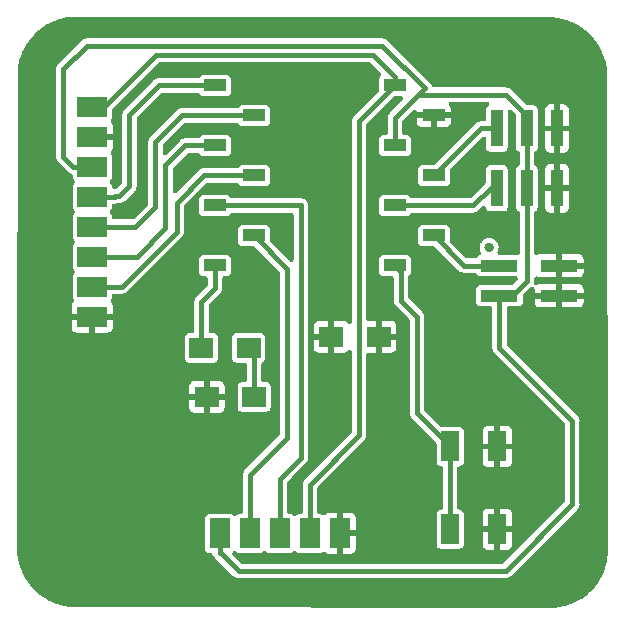
<source format=gbr>
%TF.GenerationSoftware,KiCad,Pcbnew,(7.0.0)*%
%TF.CreationDate,2023-03-16T13:26:24+02:00*%
%TF.ProjectId,FabAcademyWeek6EleDesignoneway,46616241-6361-4646-956d-795765656b36,rev?*%
%TF.SameCoordinates,Original*%
%TF.FileFunction,Copper,L1,Top*%
%TF.FilePolarity,Positive*%
%FSLAX46Y46*%
G04 Gerber Fmt 4.6, Leading zero omitted, Abs format (unit mm)*
G04 Created by KiCad (PCBNEW (7.0.0)) date 2023-03-16 13:26:24*
%MOMM*%
%LPD*%
G01*
G04 APERTURE LIST*
%TA.AperFunction,EtchedComponent*%
%ADD10C,0.400000*%
%TD*%
%TA.AperFunction,SMDPad,CuDef*%
%ADD11R,3.150000X1.000000*%
%TD*%
%TA.AperFunction,SMDPad,CuDef*%
%ADD12R,1.900000X1.000000*%
%TD*%
%TA.AperFunction,SMDPad,CuDef*%
%ADD13R,2.500000X1.700000*%
%TD*%
%TA.AperFunction,SMDPad,CuDef*%
%ADD14R,1.000000X3.150000*%
%TD*%
%TA.AperFunction,SMDPad,CuDef*%
%ADD15R,2.000000X1.700000*%
%TD*%
%TA.AperFunction,SMDPad,CuDef*%
%ADD16R,1.500000X2.500000*%
%TD*%
%TA.AperFunction,SMDPad,CuDef*%
%ADD17R,1.700000X2.500000*%
%TD*%
%TA.AperFunction,Conductor*%
%ADD18C,0.400000*%
%TD*%
G04 APERTURE END LIST*
%TO.C,J4*%
D10*
X135150000Y-44550000D02*
G75*
G03*
X135150000Y-44550000I-200000J0D01*
G01*
%TD*%
D11*
%TO.P,J4,1,Pin_1*%
%TO.N,/D8*%
X135824999Y-46079999D03*
%TO.P,J4,2,Pin_2*%
%TO.N,PWR_GND*%
X140874999Y-46079999D03*
%TO.P,J4,3,Pin_3*%
%TO.N,PWR_3V3*%
X135824999Y-48619999D03*
%TO.P,J4,4,Pin_4*%
%TO.N,PWR_GND*%
X140874999Y-48619999D03*
%TD*%
D12*
%TO.P,M1,1,D0*%
%TO.N,/D0*%
X111729999Y-30829999D03*
%TO.P,M1,2,D1*%
%TO.N,/D1*%
X115029999Y-33369999D03*
%TO.P,M1,3,D2*%
%TO.N,/D2*%
X111729999Y-35909999D03*
%TO.P,M1,4,D3*%
%TO.N,/D3*%
X115029999Y-38449999D03*
%TO.P,M1,5,D4*%
%TO.N,/SDA*%
X111729999Y-40989999D03*
%TO.P,M1,6,D5*%
%TO.N,/SCL*%
X115029999Y-43529999D03*
%TO.P,M1,7,D6*%
%TO.N,/D6*%
X111729999Y-46069999D03*
%TO.P,M1,8,D7*%
%TO.N,/D7*%
X126969999Y-46069999D03*
%TO.P,M1,9,D8*%
%TO.N,/D8*%
X130269999Y-43529999D03*
%TO.P,M1,10,D9*%
%TO.N,/D9*%
X126969999Y-40989999D03*
%TO.P,M1,11,D10*%
%TO.N,/D10*%
X130269999Y-38449999D03*
%TO.P,M1,12,3V3*%
%TO.N,PWR_3V3*%
X126969999Y-35909999D03*
%TO.P,M1,13,GND*%
%TO.N,PWR_GND*%
X130269999Y-33369999D03*
%TO.P,M1,14,5V*%
%TO.N,PWR_5V*%
X126969999Y-30829999D03*
%TD*%
D13*
%TO.P,J1,1,Pin_1*%
%TO.N,PWR_GND*%
X101349999Y-50399999D03*
%TO.P,J1,2,Pin_2*%
%TO.N,/D3*%
X101349999Y-47859999D03*
%TO.P,J1,3,Pin_3*%
%TO.N,/D2*%
X101349999Y-45319999D03*
%TO.P,J1,4,Pin_4*%
%TO.N,/D1*%
X101349999Y-42779999D03*
%TO.P,J1,5,Pin_5*%
%TO.N,/D0*%
X101349999Y-40239999D03*
%TO.P,J1,6,Pin_6*%
%TO.N,PWR_3V3*%
X101349999Y-37699999D03*
%TO.P,J1,7,Pin_7*%
%TO.N,PWR_GND*%
X101349999Y-35159999D03*
%TO.P,J1,8,Pin_8*%
%TO.N,PWR_5V*%
X101349999Y-32619999D03*
%TD*%
D14*
%TO.P,J3,1,Pin_1*%
%TO.N,/D9*%
X135609999Y-39524999D03*
%TO.P,J3,2,Pin_2*%
%TO.N,/D10*%
X135609999Y-34474999D03*
%TO.P,J3,3,Pin_3*%
%TO.N,PWR_3V3*%
X138149999Y-39524999D03*
%TO.P,J3,4,Pin_4*%
X138149999Y-34474999D03*
%TO.P,J3,5,Pin_5*%
%TO.N,PWR_GND*%
X140689999Y-39524999D03*
%TO.P,J3,6,Pin_6*%
X140689999Y-34474999D03*
%TD*%
D15*
%TO.P,R1,1*%
%TO.N,/D6*%
X110599999Y-53049999D03*
%TO.P,R1,2*%
%TO.N,Net-(D1-A)*%
X114599999Y-53049999D03*
%TD*%
%TO.P,D1,1,K*%
%TO.N,PWR_GND*%
X111049999Y-57189999D03*
%TO.P,D1,2,A*%
%TO.N,Net-(D1-A)*%
X115049999Y-57189999D03*
%TD*%
D16*
%TO.P,SW1,1,1*%
%TO.N,/D7*%
X131649999Y-68399999D03*
X131649999Y-61399999D03*
%TO.P,SW1,2,2*%
%TO.N,PWR_GND*%
X135649999Y-68399999D03*
X135649999Y-61399999D03*
%TD*%
D17*
%TO.P,J2,1,Pin_1*%
%TO.N,PWR_GND*%
X122309999Y-68749999D03*
%TO.P,J2,2,Pin_2*%
%TO.N,PWR_5V*%
X119769999Y-68749999D03*
%TO.P,J2,3,Pin_3*%
%TO.N,/SDA*%
X117229999Y-68749999D03*
%TO.P,J2,4,Pin_4*%
%TO.N,/SCL*%
X114689999Y-68749999D03*
%TO.P,J2,5,Pin_5*%
%TO.N,PWR_3V3*%
X112149999Y-68749999D03*
%TD*%
D15*
%TO.P,R2,1*%
%TO.N,PWR_GND*%
X125599999Y-52099999D03*
%TO.P,R2,2*%
X121599999Y-52099999D03*
%TD*%
D18*
%TO.N,Net-(D1-A)*%
X115050000Y-53500000D02*
X114600000Y-53050000D01*
X115050000Y-57190000D02*
X115050000Y-53500000D01*
%TO.N,/D3*%
X108500000Y-43200000D02*
X103840000Y-47860000D01*
X115030000Y-38450000D02*
X110800000Y-38450000D01*
X108500000Y-40750000D02*
X108500000Y-43200000D01*
X110800000Y-38450000D02*
X108500000Y-40750000D01*
X103840000Y-47860000D02*
X101350000Y-47860000D01*
%TO.N,/D2*%
X107550000Y-42900000D02*
X105130000Y-45320000D01*
X105130000Y-45320000D02*
X101350000Y-45320000D01*
X111730000Y-35910000D02*
X109240000Y-35910000D01*
X109240000Y-35910000D02*
X107550000Y-37600000D01*
X107550000Y-37600000D02*
X107550000Y-42900000D01*
%TO.N,/D1*%
X106700000Y-41150000D02*
X105000000Y-42850000D01*
X108930000Y-33370000D02*
X106700000Y-35600000D01*
X115030000Y-33370000D02*
X108930000Y-33370000D01*
X104930000Y-42780000D02*
X101350000Y-42780000D01*
X105000000Y-42850000D02*
X104930000Y-42780000D01*
X106700000Y-35600000D02*
X106700000Y-41150000D01*
%TO.N,/D0*%
X111730000Y-30830000D02*
X106970000Y-30830000D01*
X106970000Y-30830000D02*
X104500000Y-33300000D01*
X104500000Y-39350000D02*
X103650000Y-40200000D01*
X103650000Y-40200000D02*
X103300000Y-40200000D01*
X103300000Y-40200000D02*
X103260000Y-40240000D01*
X104500000Y-33300000D02*
X104500000Y-39350000D01*
X103260000Y-40240000D02*
X101350000Y-40240000D01*
%TO.N,PWR_3V3*%
X112150000Y-68750000D02*
X112150000Y-70350000D01*
X129500000Y-31050000D02*
X125900499Y-27450499D01*
X138150000Y-47370000D02*
X138150000Y-39525000D01*
X142000000Y-59200000D02*
X135825000Y-53025000D01*
X135825000Y-48620000D02*
X136900000Y-48620000D01*
X98900000Y-36850000D02*
X99750000Y-37700000D01*
X98900000Y-29450000D02*
X98900000Y-36850000D01*
X138150000Y-34475000D02*
X138150000Y-39525000D01*
X128950000Y-31600000D02*
X129500000Y-31050000D01*
X126970000Y-33580000D02*
X126970000Y-35910000D01*
X112150000Y-70350000D02*
X113750000Y-71950000D01*
X138150000Y-33400000D02*
X136350000Y-31600000D01*
X136900000Y-48620000D02*
X138150000Y-47370000D01*
X142000000Y-66300000D02*
X142000000Y-59200000D01*
X100899501Y-27450499D02*
X98900000Y-29450000D01*
X136350000Y-71950000D02*
X142000000Y-66300000D01*
X125900499Y-27450499D02*
X100899501Y-27450499D01*
X138150000Y-34475000D02*
X138150000Y-33400000D01*
X136350000Y-31600000D02*
X128950000Y-31600000D01*
X112150000Y-70400000D02*
X112150000Y-68750000D01*
X135825000Y-53025000D02*
X135825000Y-48620000D01*
X128950000Y-31600000D02*
X126970000Y-33580000D01*
X113750000Y-71950000D02*
X136350000Y-71950000D01*
X99750000Y-37700000D02*
X101350000Y-37700000D01*
%TO.N,PWR_5V*%
X126970000Y-30120000D02*
X125100000Y-28250000D01*
X106750000Y-28250000D02*
X102380000Y-32620000D01*
X123950000Y-60450000D02*
X119770000Y-64630000D01*
X126970000Y-30830000D02*
X126970000Y-30120000D01*
X119770000Y-64630000D02*
X119770000Y-68750000D01*
X123950000Y-33850000D02*
X123950000Y-60450000D01*
X126970000Y-30830000D02*
X123950000Y-33850000D01*
X102380000Y-32620000D02*
X101350000Y-32620000D01*
X125100000Y-28250000D02*
X106750000Y-28250000D01*
%TO.N,/SDA*%
X118990000Y-40990000D02*
X119000000Y-41000000D01*
X119000000Y-62350000D02*
X117230000Y-64120000D01*
X111730000Y-40990000D02*
X118990000Y-40990000D01*
X117230000Y-64120000D02*
X117230000Y-68750000D01*
X119000000Y-41000000D02*
X119000000Y-62350000D01*
%TO.N,/SCL*%
X114690000Y-63810000D02*
X114690000Y-68750000D01*
X115030000Y-43530000D02*
X117850000Y-46350000D01*
X117850000Y-60650000D02*
X114690000Y-63810000D01*
X117850000Y-46350000D02*
X117850000Y-60650000D01*
%TO.N,/D9*%
X133610000Y-40990000D02*
X126970000Y-40990000D01*
X135610000Y-39525000D02*
X135075000Y-39525000D01*
X135075000Y-39525000D02*
X133610000Y-40990000D01*
%TO.N,/D10*%
X134245000Y-34475000D02*
X130270000Y-38450000D01*
X135610000Y-34475000D02*
X134245000Y-34475000D01*
%TO.N,/D8*%
X135825000Y-46080000D02*
X132820000Y-46080000D01*
X132820000Y-46080000D02*
X130270000Y-43530000D01*
%TO.N,/D6*%
X111730000Y-48020000D02*
X110600000Y-49150000D01*
X111730000Y-46070000D02*
X111730000Y-48020000D01*
X110600000Y-49150000D02*
X110600000Y-53050000D01*
%TO.N,/D7*%
X131650000Y-68400000D02*
X131650000Y-61400000D01*
X127500000Y-46600000D02*
X126970000Y-46070000D01*
X131650000Y-61400000D02*
X128850000Y-58600000D01*
X128850000Y-58600000D02*
X128850000Y-50400000D01*
X128850000Y-50400000D02*
X127500000Y-49050000D01*
X127500000Y-49050000D02*
X127500000Y-46600000D01*
%TD*%
%TA.AperFunction,Conductor*%
%TO.N,PWR_GND*%
G36*
X127565991Y-31745647D02*
G01*
X127630551Y-31788785D01*
X127673689Y-31853345D01*
X127688837Y-31929499D01*
X127673689Y-32005653D01*
X127630551Y-32070213D01*
X126582442Y-33118321D01*
X126562878Y-33135479D01*
X126552066Y-33143775D01*
X126552055Y-33143785D01*
X126541718Y-33151718D01*
X126533783Y-33162058D01*
X126533781Y-33162061D01*
X126470664Y-33244318D01*
X126470663Y-33244318D01*
X126453406Y-33266807D01*
X126453401Y-33266814D01*
X126445464Y-33277159D01*
X126440474Y-33289204D01*
X126440472Y-33289209D01*
X126389947Y-33411186D01*
X126389944Y-33411193D01*
X126384956Y-33423238D01*
X126383254Y-33436162D01*
X126383253Y-33436168D01*
X126368434Y-33548735D01*
X126364318Y-33580000D01*
X126366020Y-33592928D01*
X126366020Y-33592935D01*
X126367797Y-33606433D01*
X126369500Y-33632408D01*
X126369500Y-34810501D01*
X126354352Y-34886655D01*
X126311214Y-34951215D01*
X126246654Y-34994353D01*
X126170500Y-35009501D01*
X125988482Y-35009501D01*
X125980769Y-35010722D01*
X125980762Y-35010723D01*
X125910169Y-35021903D01*
X125910165Y-35021904D01*
X125894696Y-35024354D01*
X125880739Y-35031465D01*
X125880737Y-35031466D01*
X125795611Y-35074840D01*
X125795608Y-35074841D01*
X125781658Y-35081950D01*
X125770587Y-35093020D01*
X125770584Y-35093023D01*
X125703023Y-35160584D01*
X125703020Y-35160587D01*
X125691950Y-35171658D01*
X125684841Y-35185608D01*
X125684840Y-35185611D01*
X125641464Y-35270740D01*
X125641462Y-35270745D01*
X125634354Y-35284696D01*
X125631904Y-35300159D01*
X125631903Y-35300165D01*
X125620723Y-35370752D01*
X125620721Y-35370766D01*
X125619500Y-35378481D01*
X125619500Y-35386304D01*
X125619500Y-35386305D01*
X125619500Y-36433704D01*
X125619500Y-36433716D01*
X125619501Y-36441518D01*
X125620722Y-36449231D01*
X125620723Y-36449237D01*
X125631903Y-36519830D01*
X125634354Y-36535304D01*
X125691950Y-36648342D01*
X125781658Y-36738050D01*
X125894696Y-36795646D01*
X125910165Y-36798096D01*
X125980752Y-36809276D01*
X125980753Y-36809276D01*
X125988481Y-36810500D01*
X127951518Y-36810499D01*
X128045304Y-36795646D01*
X128158342Y-36738050D01*
X128248050Y-36648342D01*
X128305646Y-36535304D01*
X128320500Y-36441519D01*
X128320499Y-35378482D01*
X128305646Y-35284696D01*
X128248050Y-35171658D01*
X128158342Y-35081950D01*
X128144388Y-35074840D01*
X128059259Y-35031464D01*
X128059256Y-35031463D01*
X128045304Y-35024354D01*
X128029838Y-35021904D01*
X128029834Y-35021903D01*
X127959247Y-35010723D01*
X127959234Y-35010722D01*
X127951519Y-35009500D01*
X127943695Y-35009500D01*
X127769500Y-35009500D01*
X127693346Y-34994352D01*
X127628786Y-34951214D01*
X127585648Y-34886654D01*
X127570500Y-34810500D01*
X127570500Y-33912497D01*
X128820000Y-33912497D01*
X128820569Y-33923126D01*
X128825071Y-33964998D01*
X128830752Y-33989041D01*
X128871672Y-34098751D01*
X128885177Y-34123484D01*
X128954282Y-34215796D01*
X128974203Y-34235717D01*
X129066515Y-34304822D01*
X129091248Y-34318327D01*
X129200958Y-34359247D01*
X129225001Y-34364928D01*
X129266873Y-34369430D01*
X129277503Y-34370000D01*
X130000402Y-34370000D01*
X130016748Y-34366748D01*
X130020000Y-34350402D01*
X130520000Y-34350402D01*
X130523251Y-34366748D01*
X130539598Y-34370000D01*
X131262497Y-34370000D01*
X131273126Y-34369430D01*
X131314998Y-34364928D01*
X131339041Y-34359247D01*
X131448751Y-34318327D01*
X131473484Y-34304822D01*
X131565796Y-34235717D01*
X131585717Y-34215796D01*
X131654822Y-34123484D01*
X131668327Y-34098751D01*
X131709247Y-33989041D01*
X131714928Y-33964998D01*
X131719430Y-33923126D01*
X131720000Y-33912497D01*
X131720000Y-33639598D01*
X131716748Y-33623251D01*
X131700402Y-33620000D01*
X130539598Y-33620000D01*
X130523251Y-33623251D01*
X130520000Y-33639598D01*
X130520000Y-34350402D01*
X130020000Y-34350402D01*
X130020000Y-33639598D01*
X130016748Y-33623251D01*
X130000402Y-33620000D01*
X128839598Y-33620000D01*
X128823251Y-33623251D01*
X128820000Y-33639598D01*
X128820000Y-33912497D01*
X127570500Y-33912497D01*
X127570500Y-33911163D01*
X127585648Y-33835009D01*
X127628786Y-33770449D01*
X128480286Y-32918949D01*
X128544846Y-32875811D01*
X128621000Y-32860663D01*
X128697154Y-32875811D01*
X128761714Y-32918949D01*
X128804852Y-32983509D01*
X128820000Y-33059663D01*
X128820000Y-33100402D01*
X128823251Y-33116748D01*
X128839598Y-33120000D01*
X131700402Y-33120000D01*
X131716748Y-33116748D01*
X131720000Y-33100402D01*
X131720000Y-32827503D01*
X131719430Y-32816873D01*
X131714928Y-32775001D01*
X131709247Y-32750958D01*
X131668327Y-32641248D01*
X131654824Y-32616519D01*
X131581640Y-32518758D01*
X131545911Y-32439021D01*
X131547782Y-32351665D01*
X131586892Y-32273531D01*
X131655703Y-32219682D01*
X131740947Y-32200500D01*
X134774625Y-32200500D01*
X134855566Y-32217704D01*
X134922511Y-32266343D01*
X134963885Y-32338006D01*
X134972535Y-32420301D01*
X134946964Y-32499000D01*
X134891594Y-32560495D01*
X134885616Y-32564837D01*
X134871658Y-32571950D01*
X134860583Y-32583024D01*
X134860580Y-32583027D01*
X134793023Y-32650584D01*
X134793020Y-32650587D01*
X134781950Y-32661658D01*
X134774841Y-32675608D01*
X134774840Y-32675611D01*
X134731464Y-32760740D01*
X134731462Y-32760745D01*
X134724354Y-32774696D01*
X134721904Y-32790159D01*
X134721903Y-32790165D01*
X134710723Y-32860752D01*
X134710721Y-32860766D01*
X134709500Y-32868481D01*
X134709500Y-32876305D01*
X134709500Y-33675500D01*
X134694352Y-33751654D01*
X134651214Y-33816214D01*
X134586654Y-33859352D01*
X134510500Y-33874500D01*
X134297408Y-33874500D01*
X134271433Y-33872797D01*
X134257935Y-33871020D01*
X134257928Y-33871020D01*
X134245000Y-33869318D01*
X134232072Y-33871020D01*
X134205639Y-33874500D01*
X134101168Y-33888253D01*
X134101162Y-33888254D01*
X134088238Y-33889956D01*
X134076191Y-33894945D01*
X134076187Y-33894947D01*
X133954211Y-33945471D01*
X133954205Y-33945474D01*
X133942159Y-33950464D01*
X133931811Y-33958404D01*
X133931808Y-33958406D01*
X133827065Y-34038778D01*
X133827062Y-34038780D01*
X133816718Y-34046718D01*
X133808785Y-34057055D01*
X133808774Y-34057067D01*
X133800479Y-34067878D01*
X133783321Y-34087442D01*
X130379549Y-37491214D01*
X130314989Y-37534352D01*
X130238835Y-37549500D01*
X129296295Y-37549500D01*
X129296282Y-37549500D01*
X129288482Y-37549501D01*
X129280769Y-37550722D01*
X129280762Y-37550723D01*
X129210169Y-37561903D01*
X129210165Y-37561904D01*
X129194696Y-37564354D01*
X129180739Y-37571465D01*
X129180737Y-37571466D01*
X129095611Y-37614840D01*
X129095608Y-37614841D01*
X129081658Y-37621950D01*
X129070587Y-37633020D01*
X129070584Y-37633023D01*
X129003023Y-37700584D01*
X129003020Y-37700587D01*
X128991950Y-37711658D01*
X128984841Y-37725608D01*
X128984840Y-37725611D01*
X128941464Y-37810740D01*
X128941462Y-37810745D01*
X128934354Y-37824696D01*
X128931904Y-37840159D01*
X128931903Y-37840165D01*
X128920723Y-37910752D01*
X128920721Y-37910766D01*
X128919500Y-37918481D01*
X128919500Y-37926304D01*
X128919500Y-37926305D01*
X128919500Y-38973704D01*
X128919500Y-38973716D01*
X128919501Y-38981518D01*
X128920722Y-38989231D01*
X128920723Y-38989237D01*
X128931903Y-39059830D01*
X128934354Y-39075304D01*
X128991950Y-39188342D01*
X129081658Y-39278050D01*
X129194696Y-39335646D01*
X129210165Y-39338096D01*
X129280752Y-39349276D01*
X129280753Y-39349276D01*
X129288481Y-39350500D01*
X131251518Y-39350499D01*
X131345304Y-39335646D01*
X131458342Y-39278050D01*
X131548050Y-39188342D01*
X131605646Y-39075304D01*
X131620500Y-38981519D01*
X131620499Y-38031161D01*
X131635647Y-37955008D01*
X131678782Y-37890451D01*
X134369786Y-35199448D01*
X134434347Y-35156310D01*
X134510501Y-35141162D01*
X134586655Y-35156310D01*
X134651215Y-35199448D01*
X134694353Y-35264008D01*
X134709501Y-35340162D01*
X134709501Y-36081518D01*
X134710722Y-36089231D01*
X134710723Y-36089237D01*
X134717027Y-36129041D01*
X134724354Y-36175304D01*
X134781950Y-36288342D01*
X134871658Y-36378050D01*
X134984696Y-36435646D01*
X135000165Y-36438096D01*
X135070752Y-36449276D01*
X135070753Y-36449276D01*
X135078481Y-36450500D01*
X136141518Y-36450499D01*
X136235304Y-36435646D01*
X136348342Y-36378050D01*
X136438050Y-36288342D01*
X136495646Y-36175304D01*
X136510500Y-36081519D01*
X136510499Y-33090161D01*
X136525647Y-33014008D01*
X136568785Y-32949448D01*
X136633345Y-32906310D01*
X136709499Y-32891162D01*
X136785653Y-32906310D01*
X136850213Y-32949448D01*
X137191214Y-33290449D01*
X137234352Y-33355009D01*
X137249500Y-33431163D01*
X137249500Y-36073705D01*
X137249500Y-36073717D01*
X137249501Y-36081518D01*
X137250722Y-36089231D01*
X137250723Y-36089237D01*
X137257027Y-36129041D01*
X137264354Y-36175304D01*
X137321950Y-36288342D01*
X137411658Y-36378050D01*
X137440844Y-36392921D01*
X137498386Y-36437074D01*
X137536282Y-36498916D01*
X137549500Y-36570231D01*
X137549500Y-37429769D01*
X137536282Y-37501084D01*
X137498386Y-37562926D01*
X137440844Y-37607079D01*
X137425611Y-37614840D01*
X137425608Y-37614841D01*
X137411658Y-37621950D01*
X137400587Y-37633020D01*
X137400584Y-37633023D01*
X137333023Y-37700584D01*
X137333020Y-37700587D01*
X137321950Y-37711658D01*
X137314841Y-37725608D01*
X137314840Y-37725611D01*
X137271464Y-37810740D01*
X137271462Y-37810745D01*
X137264354Y-37824696D01*
X137261904Y-37840159D01*
X137261903Y-37840165D01*
X137250723Y-37910752D01*
X137250721Y-37910766D01*
X137249500Y-37918481D01*
X137249500Y-37926304D01*
X137249500Y-37926305D01*
X137249500Y-41123705D01*
X137249500Y-41123717D01*
X137249501Y-41131518D01*
X137250722Y-41139231D01*
X137250723Y-41139237D01*
X137260320Y-41199834D01*
X137264354Y-41225304D01*
X137321950Y-41338342D01*
X137411658Y-41428050D01*
X137440844Y-41442921D01*
X137498386Y-41487074D01*
X137536282Y-41548916D01*
X137549500Y-41620231D01*
X137549500Y-44980500D01*
X137534352Y-45056654D01*
X137491214Y-45121214D01*
X137426654Y-45164352D01*
X137350500Y-45179500D01*
X135856277Y-45179500D01*
X135778065Y-45163486D01*
X135712441Y-45118021D01*
X135669966Y-45050423D01*
X135657477Y-44971572D01*
X135675527Y-44899938D01*
X135675789Y-44899522D01*
X135735368Y-44729255D01*
X135755565Y-44550000D01*
X135735368Y-44370745D01*
X135675789Y-44200478D01*
X135606088Y-44089550D01*
X135585763Y-44057202D01*
X135585761Y-44057199D01*
X135579816Y-44047738D01*
X135452262Y-43920184D01*
X135442801Y-43914239D01*
X135442797Y-43914236D01*
X135308990Y-43830160D01*
X135308989Y-43830159D01*
X135299522Y-43824211D01*
X135288975Y-43820520D01*
X135288970Y-43820518D01*
X135139804Y-43768323D01*
X135139801Y-43768322D01*
X135129255Y-43764632D01*
X135118152Y-43763381D01*
X135118148Y-43763380D01*
X134961103Y-43745686D01*
X134950000Y-43744435D01*
X134938897Y-43745686D01*
X134781851Y-43763380D01*
X134781845Y-43763381D01*
X134770745Y-43764632D01*
X134760199Y-43768321D01*
X134760195Y-43768323D01*
X134611029Y-43820518D01*
X134611021Y-43820521D01*
X134600478Y-43824211D01*
X134591014Y-43830157D01*
X134591009Y-43830160D01*
X134457202Y-43914236D01*
X134457193Y-43914242D01*
X134447738Y-43920184D01*
X134439837Y-43928084D01*
X134439833Y-43928088D01*
X134328088Y-44039833D01*
X134328084Y-44039837D01*
X134320184Y-44047738D01*
X134314242Y-44057193D01*
X134314236Y-44057202D01*
X134230160Y-44191009D01*
X134230157Y-44191014D01*
X134224211Y-44200478D01*
X134220521Y-44211021D01*
X134220518Y-44211029D01*
X134168323Y-44360195D01*
X134168321Y-44360199D01*
X134164632Y-44370745D01*
X134163381Y-44381845D01*
X134163380Y-44381851D01*
X134151332Y-44488785D01*
X134144435Y-44550000D01*
X134145686Y-44561103D01*
X134163380Y-44718148D01*
X134163381Y-44718152D01*
X134164632Y-44729255D01*
X134168322Y-44739801D01*
X134168323Y-44739804D01*
X134220518Y-44888970D01*
X134220520Y-44888974D01*
X134224211Y-44899522D01*
X134230159Y-44908988D01*
X134235005Y-44919050D01*
X134233233Y-44919903D01*
X134253303Y-44970268D01*
X134254431Y-45042201D01*
X134229909Y-45109835D01*
X134182941Y-45164330D01*
X134128586Y-45193737D01*
X134124696Y-45194354D01*
X134110745Y-45201462D01*
X134110743Y-45201463D01*
X134025611Y-45244840D01*
X134025608Y-45244841D01*
X134011658Y-45251950D01*
X134000587Y-45263020D01*
X134000584Y-45263023D01*
X133933023Y-45330584D01*
X133933020Y-45330587D01*
X133921950Y-45341658D01*
X133914841Y-45355608D01*
X133914840Y-45355611D01*
X133907079Y-45370844D01*
X133862926Y-45428386D01*
X133801084Y-45466282D01*
X133729769Y-45479500D01*
X133151163Y-45479500D01*
X133075009Y-45464352D01*
X133010449Y-45421214D01*
X131678785Y-44089550D01*
X131635647Y-44024990D01*
X131620499Y-43948836D01*
X131620499Y-43006295D01*
X131620499Y-42998482D01*
X131605646Y-42904696D01*
X131548050Y-42791658D01*
X131458342Y-42701950D01*
X131444388Y-42694840D01*
X131359259Y-42651464D01*
X131359256Y-42651463D01*
X131345304Y-42644354D01*
X131329838Y-42641904D01*
X131329834Y-42641903D01*
X131259247Y-42630723D01*
X131259234Y-42630722D01*
X131251519Y-42629500D01*
X131243694Y-42629500D01*
X129296294Y-42629500D01*
X129296281Y-42629500D01*
X129288482Y-42629501D01*
X129280769Y-42630722D01*
X129280762Y-42630723D01*
X129210169Y-42641903D01*
X129210165Y-42641904D01*
X129194696Y-42644354D01*
X129180739Y-42651465D01*
X129180737Y-42651466D01*
X129095611Y-42694840D01*
X129095608Y-42694841D01*
X129081658Y-42701950D01*
X129070587Y-42713020D01*
X129070584Y-42713023D01*
X129003023Y-42780584D01*
X129003020Y-42780587D01*
X128991950Y-42791658D01*
X128984841Y-42805608D01*
X128984840Y-42805611D01*
X128941464Y-42890740D01*
X128941462Y-42890745D01*
X128934354Y-42904696D01*
X128931904Y-42920159D01*
X128931903Y-42920165D01*
X128920723Y-42990752D01*
X128920721Y-42990766D01*
X128919500Y-42998481D01*
X128919500Y-43006304D01*
X128919500Y-43006305D01*
X128919500Y-44053704D01*
X128919500Y-44053716D01*
X128919501Y-44061518D01*
X128920722Y-44069231D01*
X128920723Y-44069237D01*
X128923940Y-44089550D01*
X128934354Y-44155304D01*
X128991950Y-44268342D01*
X129081658Y-44358050D01*
X129194696Y-44415646D01*
X129210165Y-44418096D01*
X129280752Y-44429276D01*
X129280753Y-44429276D01*
X129288481Y-44430500D01*
X130238836Y-44430499D01*
X130314990Y-44445647D01*
X130379550Y-44488785D01*
X132358326Y-46467561D01*
X132375483Y-46487124D01*
X132391718Y-46508282D01*
X132402062Y-46516219D01*
X132402063Y-46516220D01*
X132498215Y-46590000D01*
X132511248Y-46600000D01*
X132517159Y-46604536D01*
X132663238Y-46665044D01*
X132820000Y-46685683D01*
X132846432Y-46682202D01*
X132872408Y-46680500D01*
X133729769Y-46680500D01*
X133801084Y-46693718D01*
X133862926Y-46731614D01*
X133907078Y-46789155D01*
X133921950Y-46818342D01*
X134011658Y-46908050D01*
X134124696Y-46965646D01*
X134140165Y-46968096D01*
X134210752Y-46979276D01*
X134210753Y-46979276D01*
X134218481Y-46980500D01*
X137209837Y-46980499D01*
X137285991Y-46995647D01*
X137350551Y-47038785D01*
X137393689Y-47103345D01*
X137408837Y-47179499D01*
X137393689Y-47255653D01*
X137350551Y-47320213D01*
X137009550Y-47661214D01*
X136944990Y-47704352D01*
X136868836Y-47719500D01*
X134226294Y-47719500D01*
X134226281Y-47719500D01*
X134218482Y-47719501D01*
X134210769Y-47720722D01*
X134210762Y-47720723D01*
X134140169Y-47731903D01*
X134140165Y-47731904D01*
X134124696Y-47734354D01*
X134110739Y-47741465D01*
X134110737Y-47741466D01*
X134025611Y-47784840D01*
X134025608Y-47784841D01*
X134011658Y-47791950D01*
X134000587Y-47803020D01*
X134000584Y-47803023D01*
X133933023Y-47870584D01*
X133933020Y-47870587D01*
X133921950Y-47881658D01*
X133914841Y-47895608D01*
X133914840Y-47895611D01*
X133871464Y-47980740D01*
X133871462Y-47980745D01*
X133864354Y-47994696D01*
X133861904Y-48010159D01*
X133861903Y-48010165D01*
X133850723Y-48080752D01*
X133850721Y-48080766D01*
X133849500Y-48088481D01*
X133849500Y-48096304D01*
X133849500Y-48096305D01*
X133849500Y-49143704D01*
X133849500Y-49143716D01*
X133849501Y-49151518D01*
X133850722Y-49159231D01*
X133850723Y-49159237D01*
X133857845Y-49204205D01*
X133864354Y-49245304D01*
X133921950Y-49358342D01*
X134011658Y-49448050D01*
X134124696Y-49505646D01*
X134140165Y-49508096D01*
X134210752Y-49519276D01*
X134210753Y-49519276D01*
X134218481Y-49520500D01*
X135025500Y-49520500D01*
X135101654Y-49535648D01*
X135166214Y-49578786D01*
X135209352Y-49643346D01*
X135224500Y-49719500D01*
X135224500Y-52972592D01*
X135222797Y-52998567D01*
X135221020Y-53012065D01*
X135221020Y-53012072D01*
X135219318Y-53025000D01*
X135221020Y-53037928D01*
X135224500Y-53064361D01*
X135238253Y-53168832D01*
X135238254Y-53168837D01*
X135239956Y-53181762D01*
X135244946Y-53193810D01*
X135244947Y-53193812D01*
X135289145Y-53300516D01*
X135300464Y-53327841D01*
X135396718Y-53453282D01*
X135407062Y-53461219D01*
X135407066Y-53461223D01*
X135417870Y-53469513D01*
X135437442Y-53486677D01*
X141341214Y-59390449D01*
X141384352Y-59455009D01*
X141399500Y-59531163D01*
X141399500Y-65968837D01*
X141384352Y-66044991D01*
X141341214Y-66109551D01*
X136159551Y-71291214D01*
X136094991Y-71334352D01*
X136018837Y-71349500D01*
X114081163Y-71349500D01*
X114005009Y-71334352D01*
X113940449Y-71291214D01*
X113248527Y-70599292D01*
X113205389Y-70534731D01*
X113190241Y-70458576D01*
X113205390Y-70382422D01*
X113248524Y-70317867D01*
X113279291Y-70287100D01*
X113343848Y-70243967D01*
X113420002Y-70228820D01*
X113496155Y-70243968D01*
X113560714Y-70287106D01*
X113601658Y-70328050D01*
X113714696Y-70385646D01*
X113730165Y-70388096D01*
X113800752Y-70399276D01*
X113800753Y-70399276D01*
X113808481Y-70400500D01*
X115571518Y-70400499D01*
X115665304Y-70385646D01*
X115778342Y-70328050D01*
X115819286Y-70287105D01*
X115883846Y-70243968D01*
X115960000Y-70228820D01*
X116036154Y-70243968D01*
X116100713Y-70287105D01*
X116141658Y-70328050D01*
X116254696Y-70385646D01*
X116270165Y-70388096D01*
X116340752Y-70399276D01*
X116340753Y-70399276D01*
X116348481Y-70400500D01*
X118111518Y-70400499D01*
X118205304Y-70385646D01*
X118318342Y-70328050D01*
X118359286Y-70287105D01*
X118423846Y-70243968D01*
X118500000Y-70228820D01*
X118576154Y-70243968D01*
X118640713Y-70287105D01*
X118681658Y-70328050D01*
X118794696Y-70385646D01*
X118810165Y-70388096D01*
X118880752Y-70399276D01*
X118880753Y-70399276D01*
X118888481Y-70400500D01*
X120651518Y-70400499D01*
X120745304Y-70385646D01*
X120858342Y-70328050D01*
X120858375Y-70328115D01*
X120908410Y-70303846D01*
X120978041Y-70296986D01*
X121045743Y-70314652D01*
X121103145Y-70354659D01*
X121114203Y-70365717D01*
X121206515Y-70434822D01*
X121231248Y-70448327D01*
X121340958Y-70489247D01*
X121365001Y-70494928D01*
X121406873Y-70499430D01*
X121417503Y-70500000D01*
X122040402Y-70500000D01*
X122056748Y-70496748D01*
X122060000Y-70480402D01*
X122560000Y-70480402D01*
X122563251Y-70496748D01*
X122579598Y-70500000D01*
X123202497Y-70500000D01*
X123213126Y-70499430D01*
X123254998Y-70494928D01*
X123279041Y-70489247D01*
X123388751Y-70448327D01*
X123413484Y-70434822D01*
X123505796Y-70365717D01*
X123525717Y-70345796D01*
X123594822Y-70253484D01*
X123608327Y-70228751D01*
X123649247Y-70119041D01*
X123654928Y-70094998D01*
X123659430Y-70053126D01*
X123660000Y-70042497D01*
X123660000Y-69019598D01*
X123656748Y-69003251D01*
X123640402Y-69000000D01*
X122579598Y-69000000D01*
X122563251Y-69003251D01*
X122560000Y-69019598D01*
X122560000Y-70480402D01*
X122060000Y-70480402D01*
X122060000Y-68480402D01*
X122560000Y-68480402D01*
X122563251Y-68496748D01*
X122579598Y-68500000D01*
X123640402Y-68500000D01*
X123656748Y-68496748D01*
X123660000Y-68480402D01*
X123660000Y-67457503D01*
X123659430Y-67446873D01*
X123654928Y-67405001D01*
X123649247Y-67380958D01*
X123608327Y-67271248D01*
X123594822Y-67246515D01*
X123525717Y-67154203D01*
X123505796Y-67134282D01*
X123413484Y-67065177D01*
X123388751Y-67051672D01*
X123279041Y-67010752D01*
X123254998Y-67005071D01*
X123213126Y-67000569D01*
X123202497Y-67000000D01*
X122579598Y-67000000D01*
X122563251Y-67003251D01*
X122560000Y-67019598D01*
X122560000Y-68480402D01*
X122060000Y-68480402D01*
X122060000Y-67019598D01*
X122056748Y-67003251D01*
X122040402Y-67000000D01*
X121417503Y-67000000D01*
X121406873Y-67000569D01*
X121365001Y-67005071D01*
X121340958Y-67010752D01*
X121231248Y-67051672D01*
X121206515Y-67065177D01*
X121114205Y-67134281D01*
X121103142Y-67145344D01*
X121045742Y-67185348D01*
X120978044Y-67203013D01*
X120908415Y-67196155D01*
X120858375Y-67171884D01*
X120858342Y-67171950D01*
X120855002Y-67170248D01*
X120854994Y-67170244D01*
X120844389Y-67164840D01*
X120844387Y-67164839D01*
X120759259Y-67121464D01*
X120759256Y-67121463D01*
X120745304Y-67114354D01*
X120729838Y-67111904D01*
X120729834Y-67111903D01*
X120659247Y-67100723D01*
X120659234Y-67100722D01*
X120651519Y-67099500D01*
X120643695Y-67099500D01*
X120569500Y-67099500D01*
X120493346Y-67084352D01*
X120428786Y-67041214D01*
X120385648Y-66976654D01*
X120370500Y-66900500D01*
X120370500Y-64961163D01*
X120385648Y-64885009D01*
X120428786Y-64820449D01*
X121399874Y-63849361D01*
X124337564Y-60911669D01*
X124357127Y-60894513D01*
X124378282Y-60878282D01*
X124474536Y-60752841D01*
X124535044Y-60606762D01*
X124550500Y-60489361D01*
X124555682Y-60450000D01*
X124553980Y-60437072D01*
X124553980Y-60437065D01*
X124552203Y-60423567D01*
X124550500Y-60397592D01*
X124550500Y-53649000D01*
X124565648Y-53572846D01*
X124608786Y-53508286D01*
X124673346Y-53465148D01*
X124749500Y-53450000D01*
X125330402Y-53450000D01*
X125346748Y-53446748D01*
X125350000Y-53430402D01*
X125850000Y-53430402D01*
X125853251Y-53446748D01*
X125869598Y-53450000D01*
X126642497Y-53450000D01*
X126653126Y-53449430D01*
X126694998Y-53444928D01*
X126719041Y-53439247D01*
X126828751Y-53398327D01*
X126853484Y-53384822D01*
X126945796Y-53315717D01*
X126965717Y-53295796D01*
X127034822Y-53203484D01*
X127048327Y-53178751D01*
X127089247Y-53069041D01*
X127094928Y-53044998D01*
X127099430Y-53003126D01*
X127100000Y-52992497D01*
X127100000Y-52369598D01*
X127096748Y-52353251D01*
X127080402Y-52350000D01*
X125869598Y-52350000D01*
X125853251Y-52353251D01*
X125850000Y-52369598D01*
X125850000Y-53430402D01*
X125350000Y-53430402D01*
X125350000Y-51830402D01*
X125850000Y-51830402D01*
X125853251Y-51846748D01*
X125869598Y-51850000D01*
X127080402Y-51850000D01*
X127096748Y-51846748D01*
X127100000Y-51830402D01*
X127100000Y-51207503D01*
X127099430Y-51196873D01*
X127094928Y-51155001D01*
X127089247Y-51130958D01*
X127048327Y-51021248D01*
X127034822Y-50996515D01*
X126965717Y-50904203D01*
X126945796Y-50884282D01*
X126853484Y-50815177D01*
X126828751Y-50801672D01*
X126719041Y-50760752D01*
X126694998Y-50755071D01*
X126653126Y-50750569D01*
X126642497Y-50750000D01*
X125869598Y-50750000D01*
X125853251Y-50753251D01*
X125850000Y-50769598D01*
X125850000Y-51830402D01*
X125350000Y-51830402D01*
X125350000Y-50769598D01*
X125346748Y-50753251D01*
X125330402Y-50750000D01*
X124749500Y-50750000D01*
X124673346Y-50734852D01*
X124608786Y-50691714D01*
X124565648Y-50627154D01*
X124550500Y-50551000D01*
X124550500Y-46593716D01*
X125619500Y-46593716D01*
X125619501Y-46601518D01*
X125620722Y-46609231D01*
X125620723Y-46609237D01*
X125629737Y-46666154D01*
X125634354Y-46695304D01*
X125691950Y-46808342D01*
X125781658Y-46898050D01*
X125894696Y-46955646D01*
X125910165Y-46958096D01*
X125980752Y-46969276D01*
X125980753Y-46969276D01*
X125988481Y-46970500D01*
X126700500Y-46970500D01*
X126776654Y-46985648D01*
X126841214Y-47028786D01*
X126884352Y-47093346D01*
X126899500Y-47169500D01*
X126899500Y-48997592D01*
X126897797Y-49023567D01*
X126896020Y-49037065D01*
X126896020Y-49037072D01*
X126894318Y-49050000D01*
X126896020Y-49062928D01*
X126899500Y-49089361D01*
X126913253Y-49193832D01*
X126913254Y-49193837D01*
X126914956Y-49206762D01*
X126919946Y-49218810D01*
X126919947Y-49218812D01*
X126962377Y-49321248D01*
X126975464Y-49352841D01*
X127071718Y-49478282D01*
X127082062Y-49486219D01*
X127082066Y-49486223D01*
X127092870Y-49494513D01*
X127112442Y-49511677D01*
X128191214Y-50590449D01*
X128234352Y-50655009D01*
X128249500Y-50731163D01*
X128249500Y-58547592D01*
X128247797Y-58573567D01*
X128246020Y-58587065D01*
X128246020Y-58587072D01*
X128244318Y-58600000D01*
X128246020Y-58612928D01*
X128249500Y-58639361D01*
X128263253Y-58743832D01*
X128263254Y-58743837D01*
X128264956Y-58756762D01*
X128269946Y-58768810D01*
X128269947Y-58768812D01*
X128318824Y-58886812D01*
X128325464Y-58902841D01*
X128421718Y-59028282D01*
X128432062Y-59036219D01*
X128432066Y-59036223D01*
X128442870Y-59044513D01*
X128462442Y-59061677D01*
X130441214Y-61040449D01*
X130484352Y-61105009D01*
X130499500Y-61181163D01*
X130499500Y-62673704D01*
X130499500Y-62673716D01*
X130499501Y-62681518D01*
X130500722Y-62689231D01*
X130500723Y-62689237D01*
X130502923Y-62703126D01*
X130514354Y-62775304D01*
X130571950Y-62888342D01*
X130661658Y-62978050D01*
X130774696Y-63035646D01*
X130868481Y-63050500D01*
X130869067Y-63050500D01*
X130937347Y-63069036D01*
X130996631Y-63113004D01*
X131035812Y-63175556D01*
X131049500Y-63248085D01*
X131049500Y-66551916D01*
X131035812Y-66624444D01*
X130996632Y-66686995D01*
X130937349Y-66730964D01*
X130869069Y-66749501D01*
X130868482Y-66749501D01*
X130860771Y-66750722D01*
X130860760Y-66750723D01*
X130790169Y-66761903D01*
X130790165Y-66761904D01*
X130774696Y-66764354D01*
X130760739Y-66771465D01*
X130760737Y-66771466D01*
X130675611Y-66814840D01*
X130675608Y-66814841D01*
X130661658Y-66821950D01*
X130650587Y-66833020D01*
X130650584Y-66833023D01*
X130583023Y-66900584D01*
X130583020Y-66900587D01*
X130571950Y-66911658D01*
X130564841Y-66925608D01*
X130564840Y-66925611D01*
X130521464Y-67010740D01*
X130521462Y-67010745D01*
X130514354Y-67024696D01*
X130511904Y-67040159D01*
X130511903Y-67040165D01*
X130500723Y-67110752D01*
X130500721Y-67110766D01*
X130499500Y-67118481D01*
X130499500Y-67126303D01*
X130499500Y-67126304D01*
X130499500Y-69673705D01*
X130499500Y-69673717D01*
X130499501Y-69681518D01*
X130500722Y-69689231D01*
X130500723Y-69689237D01*
X130502923Y-69703126D01*
X130514354Y-69775304D01*
X130571950Y-69888342D01*
X130661658Y-69978050D01*
X130774696Y-70035646D01*
X130790165Y-70038096D01*
X130860752Y-70049276D01*
X130860753Y-70049276D01*
X130868481Y-70050500D01*
X132431518Y-70050499D01*
X132525304Y-70035646D01*
X132638342Y-69978050D01*
X132728050Y-69888342D01*
X132785646Y-69775304D01*
X132798761Y-69692497D01*
X134400000Y-69692497D01*
X134400569Y-69703126D01*
X134405071Y-69744998D01*
X134410752Y-69769041D01*
X134451672Y-69878751D01*
X134465177Y-69903484D01*
X134534282Y-69995796D01*
X134554203Y-70015717D01*
X134646515Y-70084822D01*
X134671248Y-70098327D01*
X134780958Y-70139247D01*
X134805001Y-70144928D01*
X134846873Y-70149430D01*
X134857503Y-70150000D01*
X135380402Y-70150000D01*
X135396748Y-70146748D01*
X135400000Y-70130402D01*
X135900000Y-70130402D01*
X135903251Y-70146748D01*
X135919598Y-70150000D01*
X136442497Y-70150000D01*
X136453126Y-70149430D01*
X136494998Y-70144928D01*
X136519041Y-70139247D01*
X136628751Y-70098327D01*
X136653484Y-70084822D01*
X136745796Y-70015717D01*
X136765717Y-69995796D01*
X136834822Y-69903484D01*
X136848327Y-69878751D01*
X136889247Y-69769041D01*
X136894928Y-69744998D01*
X136899430Y-69703126D01*
X136900000Y-69692497D01*
X136900000Y-68669598D01*
X136896748Y-68653251D01*
X136880402Y-68650000D01*
X135919598Y-68650000D01*
X135903251Y-68653251D01*
X135900000Y-68669598D01*
X135900000Y-70130402D01*
X135400000Y-70130402D01*
X135400000Y-68669598D01*
X135396748Y-68653251D01*
X135380402Y-68650000D01*
X134419598Y-68650000D01*
X134403251Y-68653251D01*
X134400000Y-68669598D01*
X134400000Y-69692497D01*
X132798761Y-69692497D01*
X132800500Y-69681519D01*
X132800499Y-68130402D01*
X134400000Y-68130402D01*
X134403251Y-68146748D01*
X134419598Y-68150000D01*
X135380402Y-68150000D01*
X135396748Y-68146748D01*
X135400000Y-68130402D01*
X135900000Y-68130402D01*
X135903251Y-68146748D01*
X135919598Y-68150000D01*
X136880402Y-68150000D01*
X136896748Y-68146748D01*
X136900000Y-68130402D01*
X136900000Y-67107503D01*
X136899430Y-67096873D01*
X136894928Y-67055001D01*
X136889247Y-67030958D01*
X136848327Y-66921248D01*
X136834822Y-66896515D01*
X136765717Y-66804203D01*
X136745796Y-66784282D01*
X136653484Y-66715177D01*
X136628751Y-66701672D01*
X136519041Y-66660752D01*
X136494998Y-66655071D01*
X136453126Y-66650569D01*
X136442497Y-66650000D01*
X135919598Y-66650000D01*
X135903251Y-66653251D01*
X135900000Y-66669598D01*
X135900000Y-68130402D01*
X135400000Y-68130402D01*
X135400000Y-66669598D01*
X135396748Y-66653251D01*
X135380402Y-66650000D01*
X134857503Y-66650000D01*
X134846873Y-66650569D01*
X134805001Y-66655071D01*
X134780958Y-66660752D01*
X134671248Y-66701672D01*
X134646515Y-66715177D01*
X134554203Y-66784282D01*
X134534282Y-66804203D01*
X134465177Y-66896515D01*
X134451672Y-66921248D01*
X134410752Y-67030958D01*
X134405071Y-67055001D01*
X134400569Y-67096873D01*
X134400000Y-67107503D01*
X134400000Y-68130402D01*
X132800499Y-68130402D01*
X132800499Y-67118482D01*
X132785646Y-67024696D01*
X132728050Y-66911658D01*
X132638342Y-66821950D01*
X132564415Y-66784282D01*
X132539259Y-66771464D01*
X132539256Y-66771463D01*
X132525304Y-66764354D01*
X132509838Y-66761904D01*
X132509834Y-66761903D01*
X132439236Y-66750722D01*
X132439232Y-66750721D01*
X132431519Y-66749500D01*
X132430933Y-66749500D01*
X132362653Y-66730964D01*
X132303369Y-66686996D01*
X132264188Y-66624444D01*
X132250500Y-66551915D01*
X132250500Y-63248084D01*
X132264188Y-63175556D01*
X132303368Y-63113005D01*
X132362651Y-63069036D01*
X132430931Y-63050499D01*
X132431518Y-63050499D01*
X132525304Y-63035646D01*
X132638342Y-62978050D01*
X132728050Y-62888342D01*
X132785646Y-62775304D01*
X132798761Y-62692497D01*
X134400000Y-62692497D01*
X134400569Y-62703126D01*
X134405071Y-62744998D01*
X134410752Y-62769041D01*
X134451672Y-62878751D01*
X134465177Y-62903484D01*
X134534282Y-62995796D01*
X134554203Y-63015717D01*
X134646515Y-63084822D01*
X134671248Y-63098327D01*
X134780958Y-63139247D01*
X134805001Y-63144928D01*
X134846873Y-63149430D01*
X134857503Y-63150000D01*
X135380402Y-63150000D01*
X135396748Y-63146748D01*
X135400000Y-63130402D01*
X135900000Y-63130402D01*
X135903251Y-63146748D01*
X135919598Y-63150000D01*
X136442497Y-63150000D01*
X136453126Y-63149430D01*
X136494998Y-63144928D01*
X136519041Y-63139247D01*
X136628751Y-63098327D01*
X136653484Y-63084822D01*
X136745796Y-63015717D01*
X136765717Y-62995796D01*
X136834822Y-62903484D01*
X136848327Y-62878751D01*
X136889247Y-62769041D01*
X136894928Y-62744998D01*
X136899430Y-62703126D01*
X136900000Y-62692497D01*
X136900000Y-61669598D01*
X136896748Y-61653251D01*
X136880402Y-61650000D01*
X135919598Y-61650000D01*
X135903251Y-61653251D01*
X135900000Y-61669598D01*
X135900000Y-63130402D01*
X135400000Y-63130402D01*
X135400000Y-61669598D01*
X135396748Y-61653251D01*
X135380402Y-61650000D01*
X134419598Y-61650000D01*
X134403251Y-61653251D01*
X134400000Y-61669598D01*
X134400000Y-62692497D01*
X132798761Y-62692497D01*
X132800500Y-62681519D01*
X132800499Y-61130402D01*
X134400000Y-61130402D01*
X134403251Y-61146748D01*
X134419598Y-61150000D01*
X135380402Y-61150000D01*
X135396748Y-61146748D01*
X135400000Y-61130402D01*
X135900000Y-61130402D01*
X135903251Y-61146748D01*
X135919598Y-61150000D01*
X136880402Y-61150000D01*
X136896748Y-61146748D01*
X136900000Y-61130402D01*
X136900000Y-60107503D01*
X136899430Y-60096873D01*
X136894928Y-60055001D01*
X136889247Y-60030958D01*
X136848327Y-59921248D01*
X136834822Y-59896515D01*
X136765717Y-59804203D01*
X136745796Y-59784282D01*
X136653484Y-59715177D01*
X136628751Y-59701672D01*
X136519041Y-59660752D01*
X136494998Y-59655071D01*
X136453126Y-59650569D01*
X136442497Y-59650000D01*
X135919598Y-59650000D01*
X135903251Y-59653251D01*
X135900000Y-59669598D01*
X135900000Y-61130402D01*
X135400000Y-61130402D01*
X135400000Y-59669598D01*
X135396748Y-59653251D01*
X135380402Y-59650000D01*
X134857503Y-59650000D01*
X134846873Y-59650569D01*
X134805001Y-59655071D01*
X134780958Y-59660752D01*
X134671248Y-59701672D01*
X134646515Y-59715177D01*
X134554203Y-59784282D01*
X134534282Y-59804203D01*
X134465177Y-59896515D01*
X134451672Y-59921248D01*
X134410752Y-60030958D01*
X134405071Y-60055001D01*
X134400569Y-60096873D01*
X134400000Y-60107503D01*
X134400000Y-61130402D01*
X132800499Y-61130402D01*
X132800499Y-60118482D01*
X132785646Y-60024696D01*
X132728050Y-59911658D01*
X132638342Y-59821950D01*
X132564415Y-59784282D01*
X132539259Y-59771464D01*
X132539256Y-59771463D01*
X132525304Y-59764354D01*
X132509838Y-59761904D01*
X132509834Y-59761903D01*
X132439247Y-59750723D01*
X132439234Y-59750722D01*
X132431519Y-59749500D01*
X132423695Y-59749500D01*
X130931163Y-59749500D01*
X130855009Y-59734352D01*
X130790449Y-59691214D01*
X129508786Y-58409551D01*
X129465648Y-58344991D01*
X129450500Y-58268837D01*
X129450500Y-50452408D01*
X129452203Y-50426433D01*
X129453980Y-50412935D01*
X129453980Y-50412928D01*
X129455682Y-50400000D01*
X129435044Y-50243238D01*
X129374536Y-50097159D01*
X129302450Y-50003215D01*
X129278282Y-49971718D01*
X129257124Y-49955483D01*
X129237561Y-49938326D01*
X128158786Y-48859551D01*
X128115648Y-48794991D01*
X128100500Y-48718837D01*
X128100500Y-47038320D01*
X128115648Y-46962166D01*
X128158786Y-46897606D01*
X128185655Y-46870737D01*
X128248050Y-46808342D01*
X128305646Y-46695304D01*
X128320500Y-46601519D01*
X128320499Y-45538482D01*
X128305646Y-45444696D01*
X128248050Y-45331658D01*
X128158342Y-45241950D01*
X128104041Y-45214282D01*
X128059259Y-45191464D01*
X128059256Y-45191463D01*
X128045304Y-45184354D01*
X128029838Y-45181904D01*
X128029834Y-45181903D01*
X127959247Y-45170723D01*
X127959234Y-45170722D01*
X127951519Y-45169500D01*
X127943694Y-45169500D01*
X125996294Y-45169500D01*
X125996281Y-45169500D01*
X125988482Y-45169501D01*
X125980769Y-45170722D01*
X125980762Y-45170723D01*
X125910169Y-45181903D01*
X125910165Y-45181904D01*
X125894696Y-45184354D01*
X125880739Y-45191465D01*
X125880737Y-45191466D01*
X125795611Y-45234840D01*
X125795608Y-45234841D01*
X125781658Y-45241950D01*
X125770587Y-45253020D01*
X125770584Y-45253023D01*
X125703023Y-45320584D01*
X125703020Y-45320587D01*
X125691950Y-45331658D01*
X125684841Y-45345608D01*
X125684840Y-45345611D01*
X125641464Y-45430740D01*
X125641462Y-45430745D01*
X125634354Y-45444696D01*
X125631904Y-45460159D01*
X125631903Y-45460165D01*
X125620723Y-45530752D01*
X125620721Y-45530766D01*
X125619500Y-45538481D01*
X125619500Y-45546304D01*
X125619500Y-45546305D01*
X125619500Y-46593704D01*
X125619500Y-46593716D01*
X124550500Y-46593716D01*
X124550500Y-41513716D01*
X125619500Y-41513716D01*
X125619501Y-41521518D01*
X125620722Y-41529231D01*
X125620723Y-41529237D01*
X125630695Y-41592203D01*
X125634354Y-41615304D01*
X125691950Y-41728342D01*
X125781658Y-41818050D01*
X125894696Y-41875646D01*
X125910165Y-41878096D01*
X125980752Y-41889276D01*
X125980753Y-41889276D01*
X125988481Y-41890500D01*
X127951518Y-41890499D01*
X128045304Y-41875646D01*
X128158342Y-41818050D01*
X128248050Y-41728342D01*
X128262921Y-41699155D01*
X128307074Y-41641614D01*
X128368916Y-41603718D01*
X128440231Y-41590500D01*
X133557592Y-41590500D01*
X133583567Y-41592203D01*
X133597065Y-41593980D01*
X133597072Y-41593980D01*
X133610000Y-41595682D01*
X133766762Y-41575044D01*
X133912841Y-41514536D01*
X133950491Y-41485646D01*
X134038282Y-41418282D01*
X134054513Y-41397127D01*
X134071669Y-41377564D01*
X134379767Y-41069466D01*
X134453070Y-41022947D01*
X134539207Y-41012065D01*
X134621779Y-41038895D01*
X134685069Y-41098328D01*
X134717029Y-41179053D01*
X134720319Y-41199830D01*
X134724354Y-41225304D01*
X134781950Y-41338342D01*
X134871658Y-41428050D01*
X134984696Y-41485646D01*
X135000165Y-41488096D01*
X135070752Y-41499276D01*
X135070753Y-41499276D01*
X135078481Y-41500500D01*
X136141518Y-41500499D01*
X136235304Y-41485646D01*
X136348342Y-41428050D01*
X136438050Y-41338342D01*
X136495646Y-41225304D01*
X136510500Y-41131519D01*
X136510499Y-37918482D01*
X136495646Y-37824696D01*
X136438050Y-37711658D01*
X136348342Y-37621950D01*
X136274415Y-37584282D01*
X136249259Y-37571464D01*
X136249256Y-37571463D01*
X136235304Y-37564354D01*
X136219838Y-37561904D01*
X136219834Y-37561903D01*
X136149247Y-37550723D01*
X136149234Y-37550722D01*
X136141519Y-37549500D01*
X136133694Y-37549500D01*
X135086295Y-37549500D01*
X135086282Y-37549500D01*
X135078482Y-37549501D01*
X135070769Y-37550722D01*
X135070762Y-37550723D01*
X135000169Y-37561903D01*
X135000165Y-37561904D01*
X134984696Y-37564354D01*
X134970739Y-37571465D01*
X134970737Y-37571466D01*
X134885611Y-37614840D01*
X134885608Y-37614841D01*
X134871658Y-37621950D01*
X134860587Y-37633020D01*
X134860584Y-37633023D01*
X134793023Y-37700584D01*
X134793020Y-37700587D01*
X134781950Y-37711658D01*
X134774841Y-37725608D01*
X134774840Y-37725611D01*
X134731464Y-37810740D01*
X134731462Y-37810745D01*
X134724354Y-37824696D01*
X134721904Y-37840159D01*
X134721903Y-37840165D01*
X134710723Y-37910752D01*
X134710721Y-37910766D01*
X134709500Y-37918481D01*
X134709500Y-37926305D01*
X134709500Y-38953915D01*
X134694351Y-39030071D01*
X134653078Y-39091837D01*
X134646718Y-39096718D01*
X134638785Y-39107055D01*
X134638774Y-39107067D01*
X134630479Y-39117878D01*
X134613321Y-39137442D01*
X133419551Y-40331214D01*
X133354991Y-40374352D01*
X133278837Y-40389500D01*
X128440231Y-40389500D01*
X128368916Y-40376282D01*
X128307074Y-40338386D01*
X128262921Y-40280844D01*
X128255159Y-40265611D01*
X128248050Y-40251658D01*
X128158342Y-40161950D01*
X128144388Y-40154840D01*
X128059259Y-40111464D01*
X128059256Y-40111463D01*
X128045304Y-40104354D01*
X128029838Y-40101904D01*
X128029834Y-40101903D01*
X127959247Y-40090723D01*
X127959234Y-40090722D01*
X127951519Y-40089500D01*
X127943694Y-40089500D01*
X125996294Y-40089500D01*
X125996281Y-40089500D01*
X125988482Y-40089501D01*
X125980769Y-40090722D01*
X125980762Y-40090723D01*
X125910169Y-40101903D01*
X125910165Y-40101904D01*
X125894696Y-40104354D01*
X125880739Y-40111465D01*
X125880737Y-40111466D01*
X125795611Y-40154840D01*
X125795608Y-40154841D01*
X125781658Y-40161950D01*
X125770587Y-40173020D01*
X125770584Y-40173023D01*
X125703023Y-40240584D01*
X125703020Y-40240587D01*
X125691950Y-40251658D01*
X125684841Y-40265608D01*
X125684840Y-40265611D01*
X125641464Y-40350740D01*
X125641462Y-40350745D01*
X125634354Y-40364696D01*
X125631904Y-40380159D01*
X125631903Y-40380165D01*
X125620723Y-40450752D01*
X125620721Y-40450766D01*
X125619500Y-40458481D01*
X125619500Y-40466304D01*
X125619500Y-40466305D01*
X125619500Y-41513704D01*
X125619500Y-41513716D01*
X124550500Y-41513716D01*
X124550500Y-34181163D01*
X124565648Y-34105009D01*
X124608786Y-34040449D01*
X126860449Y-31788785D01*
X126925009Y-31745647D01*
X127001163Y-31730499D01*
X127489837Y-31730499D01*
X127565991Y-31745647D01*
G37*
%TD.AperFunction*%
%TA.AperFunction,Conductor*%
G36*
X118376406Y-25023354D02*
G01*
X139995823Y-25050242D01*
X140004162Y-25050428D01*
X140195678Y-25058736D01*
X140195735Y-25058739D01*
X140427303Y-25069376D01*
X140443940Y-25070844D01*
X140651261Y-25097960D01*
X140652300Y-25098100D01*
X140865558Y-25127655D01*
X140881012Y-25130423D01*
X141062518Y-25170395D01*
X141088178Y-25176046D01*
X141090599Y-25176594D01*
X141296841Y-25224779D01*
X141311028Y-25228653D01*
X141385277Y-25251902D01*
X141514829Y-25292470D01*
X141518029Y-25293504D01*
X141717731Y-25359976D01*
X141730522Y-25364728D01*
X141928744Y-25446248D01*
X141932843Y-25447990D01*
X142124828Y-25532147D01*
X142136262Y-25537599D01*
X142320292Y-25632679D01*
X142326997Y-25636143D01*
X142331857Y-25638741D01*
X142514992Y-25739963D01*
X142524980Y-25745874D01*
X142706648Y-25860681D01*
X142712165Y-25864296D01*
X142884983Y-25981701D01*
X142893634Y-25987923D01*
X143064786Y-26118111D01*
X143070716Y-26122804D01*
X143231969Y-26255496D01*
X143239252Y-26261792D01*
X143398537Y-26406359D01*
X143404797Y-26412293D01*
X143553144Y-26559150D01*
X143559141Y-26565350D01*
X143705291Y-26723147D01*
X143711669Y-26730377D01*
X143845950Y-26890240D01*
X143850734Y-26896161D01*
X143980277Y-27062941D01*
X143982656Y-27066003D01*
X143988965Y-27074591D01*
X144108112Y-27246219D01*
X144111770Y-27251680D01*
X144192214Y-27376171D01*
X144228384Y-27432145D01*
X144234428Y-27442129D01*
X144337477Y-27624200D01*
X144340158Y-27629096D01*
X144440581Y-27818746D01*
X144446157Y-27830140D01*
X144532253Y-28021276D01*
X144534081Y-28025462D01*
X144617545Y-28222723D01*
X144622445Y-28235514D01*
X144690860Y-28434327D01*
X144691987Y-28437698D01*
X144757862Y-28640850D01*
X144761879Y-28655004D01*
X144812132Y-28860699D01*
X144812719Y-28863167D01*
X144860425Y-29069830D01*
X144863354Y-29085283D01*
X144895018Y-29297941D01*
X144895237Y-29299447D01*
X144924418Y-29506280D01*
X144926057Y-29522943D01*
X144939019Y-29754162D01*
X144938923Y-29754167D01*
X144939048Y-29754668D01*
X144949221Y-29944801D01*
X144949505Y-29955187D01*
X144999490Y-70342526D01*
X144998950Y-70357424D01*
X144984884Y-70547944D01*
X144984846Y-70548443D01*
X144968537Y-70762038D01*
X144966597Y-70778443D01*
X144934055Y-70981067D01*
X144933812Y-70982547D01*
X144899885Y-71184076D01*
X144896713Y-71199269D01*
X144846508Y-71400248D01*
X144845886Y-71402672D01*
X144794368Y-71598402D01*
X144790163Y-71612298D01*
X144722709Y-71809011D01*
X144721544Y-71812315D01*
X144652808Y-72001825D01*
X144647770Y-72014369D01*
X144563594Y-72204962D01*
X144561727Y-72209062D01*
X144476308Y-72391198D01*
X144470640Y-72402358D01*
X144370374Y-72585268D01*
X144367660Y-72590059D01*
X144266248Y-72763495D01*
X144260150Y-72773264D01*
X144144515Y-72947099D01*
X144140822Y-72952459D01*
X144024262Y-73115834D01*
X144017932Y-73124228D01*
X143887812Y-73287616D01*
X143883023Y-73293402D01*
X143752186Y-73445536D01*
X143745813Y-73452598D01*
X143602186Y-73604294D01*
X143596203Y-73610348D01*
X143452182Y-73749983D01*
X143445946Y-73755775D01*
X143289890Y-73894638D01*
X143282635Y-73900790D01*
X143126512Y-74026876D01*
X143120580Y-74031485D01*
X142953279Y-74156467D01*
X142944694Y-74162533D01*
X142777750Y-74274016D01*
X142772278Y-74277542D01*
X142594969Y-74387737D01*
X142585018Y-74393530D01*
X142408551Y-74489522D01*
X142403676Y-74492087D01*
X142217742Y-74586656D01*
X142206414Y-74591976D01*
X142021731Y-74671722D01*
X142017574Y-74673461D01*
X141824454Y-74751711D01*
X141811761Y-74756359D01*
X141620254Y-74819192D01*
X141616915Y-74820255D01*
X141418184Y-74881604D01*
X141404165Y-74885377D01*
X141206955Y-74930815D01*
X141204512Y-74931362D01*
X141002056Y-74975334D01*
X140986775Y-74978034D01*
X140784245Y-75005723D01*
X140782755Y-75005921D01*
X140579276Y-75032176D01*
X140562819Y-75033608D01*
X140348632Y-75043315D01*
X140348133Y-75043337D01*
X140154365Y-75051631D01*
X140145640Y-75051813D01*
X100004083Y-75008495D01*
X99995949Y-75008320D01*
X99798157Y-75000014D01*
X99797666Y-74999993D01*
X99581635Y-74990387D01*
X99565486Y-74989008D01*
X99358553Y-74962815D01*
X99357092Y-74962624D01*
X99152107Y-74935135D01*
X99137103Y-74932535D01*
X98931328Y-74888708D01*
X98928930Y-74888182D01*
X98728970Y-74843008D01*
X98715197Y-74839374D01*
X98513147Y-74778247D01*
X98509865Y-74777223D01*
X98315405Y-74714705D01*
X98302921Y-74710227D01*
X98106328Y-74632225D01*
X98102236Y-74630549D01*
X97914483Y-74551182D01*
X97903326Y-74546055D01*
X97788684Y-74489020D01*
X97713753Y-74451741D01*
X97708994Y-74449291D01*
X97529186Y-74353658D01*
X97519366Y-74348072D01*
X97338279Y-74238142D01*
X97332874Y-74234741D01*
X97162434Y-74123637D01*
X97153941Y-74117782D01*
X96982624Y-73992996D01*
X96976749Y-73988548D01*
X96922847Y-73946145D01*
X96816880Y-73862784D01*
X96809705Y-73856862D01*
X96649391Y-73718098D01*
X96643255Y-73712557D01*
X96495166Y-73573088D01*
X96489253Y-73567280D01*
X96341133Y-73415562D01*
X96334784Y-73408745D01*
X96199681Y-73256707D01*
X96194903Y-73251126D01*
X96060034Y-73087533D01*
X96053728Y-73079467D01*
X95932586Y-72915946D01*
X95928901Y-72910801D01*
X95808291Y-72736577D01*
X95802127Y-72727109D01*
X95781276Y-72693003D01*
X95695918Y-72553387D01*
X95693179Y-72548766D01*
X95587676Y-72365175D01*
X95581889Y-72354345D01*
X95491404Y-72171650D01*
X95489532Y-72167762D01*
X95399859Y-71976116D01*
X95394660Y-71963966D01*
X95320581Y-71773533D01*
X95319381Y-71770366D01*
X95306952Y-71736704D01*
X95246250Y-71572306D01*
X95241817Y-71558833D01*
X95184685Y-71361723D01*
X95184079Y-71359580D01*
X95127994Y-71156751D01*
X95124515Y-71141994D01*
X95084747Y-70938764D01*
X95084542Y-70937699D01*
X95045963Y-70732492D01*
X95043629Y-70716512D01*
X95021074Y-70501187D01*
X95001531Y-70310071D01*
X95000500Y-70289829D01*
X95000500Y-58082497D01*
X109550000Y-58082497D01*
X109550569Y-58093126D01*
X109555071Y-58134998D01*
X109560752Y-58159041D01*
X109601672Y-58268751D01*
X109615177Y-58293484D01*
X109684282Y-58385796D01*
X109704203Y-58405717D01*
X109796515Y-58474822D01*
X109821248Y-58488327D01*
X109930958Y-58529247D01*
X109955001Y-58534928D01*
X109996873Y-58539430D01*
X110007503Y-58540000D01*
X110780402Y-58540000D01*
X110796748Y-58536748D01*
X110800000Y-58520402D01*
X111300000Y-58520402D01*
X111303251Y-58536748D01*
X111319598Y-58540000D01*
X112092497Y-58540000D01*
X112103126Y-58539430D01*
X112144998Y-58534928D01*
X112169041Y-58529247D01*
X112278751Y-58488327D01*
X112303484Y-58474822D01*
X112395796Y-58405717D01*
X112415717Y-58385796D01*
X112484822Y-58293484D01*
X112498327Y-58268751D01*
X112539247Y-58159041D01*
X112544928Y-58134998D01*
X112549430Y-58093126D01*
X112550000Y-58082497D01*
X112550000Y-57459598D01*
X112546748Y-57443251D01*
X112530402Y-57440000D01*
X111319598Y-57440000D01*
X111303251Y-57443251D01*
X111300000Y-57459598D01*
X111300000Y-58520402D01*
X110800000Y-58520402D01*
X110800000Y-57459598D01*
X110796748Y-57443251D01*
X110780402Y-57440000D01*
X109569598Y-57440000D01*
X109553251Y-57443251D01*
X109550000Y-57459598D01*
X109550000Y-58082497D01*
X95000500Y-58082497D01*
X95000500Y-56920402D01*
X109550000Y-56920402D01*
X109553251Y-56936748D01*
X109569598Y-56940000D01*
X110780402Y-56940000D01*
X110796748Y-56936748D01*
X110800000Y-56920402D01*
X111300000Y-56920402D01*
X111303251Y-56936748D01*
X111319598Y-56940000D01*
X112530402Y-56940000D01*
X112546748Y-56936748D01*
X112550000Y-56920402D01*
X112550000Y-56297503D01*
X112549430Y-56286873D01*
X112544928Y-56245001D01*
X112539247Y-56220958D01*
X112498327Y-56111248D01*
X112484822Y-56086515D01*
X112415717Y-55994203D01*
X112395796Y-55974282D01*
X112303484Y-55905177D01*
X112278751Y-55891672D01*
X112169041Y-55850752D01*
X112144998Y-55845071D01*
X112103126Y-55840569D01*
X112092497Y-55840000D01*
X111319598Y-55840000D01*
X111303251Y-55843251D01*
X111300000Y-55859598D01*
X111300000Y-56920402D01*
X110800000Y-56920402D01*
X110800000Y-55859598D01*
X110796748Y-55843251D01*
X110780402Y-55840000D01*
X110007503Y-55840000D01*
X109996873Y-55840569D01*
X109955001Y-55845071D01*
X109930958Y-55850752D01*
X109821248Y-55891672D01*
X109796515Y-55905177D01*
X109704203Y-55974282D01*
X109684282Y-55994203D01*
X109615177Y-56086515D01*
X109601672Y-56111248D01*
X109560752Y-56220958D01*
X109555071Y-56245001D01*
X109550569Y-56286873D01*
X109550000Y-56297503D01*
X109550000Y-56920402D01*
X95000500Y-56920402D01*
X95000500Y-53923717D01*
X109199500Y-53923717D01*
X109199501Y-53931518D01*
X109214354Y-54025304D01*
X109271950Y-54138342D01*
X109361658Y-54228050D01*
X109474696Y-54285646D01*
X109490165Y-54288096D01*
X109560752Y-54299276D01*
X109560753Y-54299276D01*
X109568481Y-54300500D01*
X111631518Y-54300499D01*
X111725304Y-54285646D01*
X111838342Y-54228050D01*
X111928050Y-54138342D01*
X111985646Y-54025304D01*
X112000500Y-53931519D01*
X112000500Y-53923717D01*
X113199500Y-53923717D01*
X113199501Y-53931518D01*
X113214354Y-54025304D01*
X113271950Y-54138342D01*
X113361658Y-54228050D01*
X113474696Y-54285646D01*
X113490165Y-54288096D01*
X113560752Y-54299276D01*
X113560753Y-54299276D01*
X113568481Y-54300500D01*
X114250500Y-54300500D01*
X114326654Y-54315648D01*
X114391214Y-54358786D01*
X114434352Y-54423346D01*
X114449500Y-54499500D01*
X114449500Y-55740501D01*
X114434352Y-55816655D01*
X114391214Y-55881215D01*
X114326654Y-55924353D01*
X114250500Y-55939501D01*
X114018482Y-55939501D01*
X114010769Y-55940722D01*
X114010762Y-55940723D01*
X113940169Y-55951903D01*
X113940165Y-55951904D01*
X113924696Y-55954354D01*
X113910739Y-55961465D01*
X113910737Y-55961466D01*
X113825611Y-56004840D01*
X113825608Y-56004841D01*
X113811658Y-56011950D01*
X113800587Y-56023020D01*
X113800584Y-56023023D01*
X113733023Y-56090584D01*
X113733020Y-56090587D01*
X113721950Y-56101658D01*
X113714841Y-56115608D01*
X113714840Y-56115611D01*
X113671464Y-56200740D01*
X113671462Y-56200745D01*
X113664354Y-56214696D01*
X113661904Y-56230159D01*
X113661903Y-56230165D01*
X113650723Y-56300752D01*
X113650721Y-56300766D01*
X113649500Y-56308481D01*
X113649500Y-56316304D01*
X113649500Y-56316305D01*
X113649500Y-58063705D01*
X113649500Y-58063717D01*
X113649501Y-58071518D01*
X113650722Y-58079231D01*
X113650723Y-58079237D01*
X113652923Y-58093126D01*
X113664354Y-58165304D01*
X113721950Y-58278342D01*
X113811658Y-58368050D01*
X113924696Y-58425646D01*
X113940165Y-58428096D01*
X114010752Y-58439276D01*
X114010753Y-58439276D01*
X114018481Y-58440500D01*
X116081518Y-58440499D01*
X116175304Y-58425646D01*
X116288342Y-58368050D01*
X116378050Y-58278342D01*
X116435646Y-58165304D01*
X116450500Y-58071519D01*
X116450499Y-56308482D01*
X116435646Y-56214696D01*
X116378050Y-56101658D01*
X116288342Y-56011950D01*
X116214415Y-55974282D01*
X116189259Y-55961464D01*
X116189256Y-55961463D01*
X116175304Y-55954354D01*
X116159838Y-55951904D01*
X116159834Y-55951903D01*
X116089247Y-55940723D01*
X116089234Y-55940722D01*
X116081519Y-55939500D01*
X116073695Y-55939500D01*
X115849500Y-55939500D01*
X115773346Y-55924352D01*
X115708786Y-55881214D01*
X115665648Y-55816654D01*
X115650500Y-55740500D01*
X115650500Y-54445707D01*
X115663718Y-54374392D01*
X115701614Y-54312550D01*
X115759150Y-54268400D01*
X115838342Y-54228050D01*
X115928050Y-54138342D01*
X115985646Y-54025304D01*
X116000500Y-53931519D01*
X116000499Y-52168482D01*
X115985646Y-52074696D01*
X115928050Y-51961658D01*
X115838342Y-51871950D01*
X115788881Y-51846748D01*
X115739259Y-51821464D01*
X115739256Y-51821463D01*
X115725304Y-51814354D01*
X115709838Y-51811904D01*
X115709834Y-51811903D01*
X115639247Y-51800723D01*
X115639234Y-51800722D01*
X115631519Y-51799500D01*
X115623694Y-51799500D01*
X113576294Y-51799500D01*
X113576281Y-51799500D01*
X113568482Y-51799501D01*
X113560769Y-51800722D01*
X113560762Y-51800723D01*
X113490169Y-51811903D01*
X113490165Y-51811904D01*
X113474696Y-51814354D01*
X113460739Y-51821465D01*
X113460737Y-51821466D01*
X113375611Y-51864840D01*
X113375608Y-51864841D01*
X113361658Y-51871950D01*
X113350587Y-51883020D01*
X113350584Y-51883023D01*
X113283023Y-51950584D01*
X113283020Y-51950587D01*
X113271950Y-51961658D01*
X113264841Y-51975608D01*
X113264840Y-51975611D01*
X113221464Y-52060740D01*
X113221462Y-52060745D01*
X113214354Y-52074696D01*
X113211904Y-52090159D01*
X113211903Y-52090165D01*
X113200723Y-52160752D01*
X113200721Y-52160766D01*
X113199500Y-52168481D01*
X113199500Y-52176304D01*
X113199500Y-52176305D01*
X113199500Y-53923705D01*
X113199500Y-53923717D01*
X112000500Y-53923717D01*
X112000499Y-52168482D01*
X111985646Y-52074696D01*
X111928050Y-51961658D01*
X111838342Y-51871950D01*
X111788881Y-51846748D01*
X111739259Y-51821464D01*
X111739256Y-51821463D01*
X111725304Y-51814354D01*
X111709838Y-51811904D01*
X111709834Y-51811903D01*
X111639247Y-51800723D01*
X111639234Y-51800722D01*
X111631519Y-51799500D01*
X111623695Y-51799500D01*
X111399500Y-51799500D01*
X111323346Y-51784352D01*
X111258786Y-51741214D01*
X111215648Y-51676654D01*
X111200500Y-51600500D01*
X111200500Y-49481163D01*
X111215648Y-49405009D01*
X111258786Y-49340449D01*
X111463493Y-49135742D01*
X112117564Y-48481669D01*
X112137127Y-48464513D01*
X112158282Y-48448282D01*
X112254536Y-48322841D01*
X112315044Y-48176762D01*
X112330500Y-48059361D01*
X112335682Y-48020000D01*
X112333980Y-48007072D01*
X112333980Y-48007065D01*
X112332203Y-47993567D01*
X112330500Y-47967592D01*
X112330500Y-47169499D01*
X112345648Y-47093345D01*
X112388786Y-47028785D01*
X112453346Y-46985647D01*
X112529500Y-46970499D01*
X112703705Y-46970499D01*
X112711518Y-46970499D01*
X112805304Y-46955646D01*
X112918342Y-46898050D01*
X113008050Y-46808342D01*
X113065646Y-46695304D01*
X113080500Y-46601519D01*
X113080499Y-45538482D01*
X113065646Y-45444696D01*
X113008050Y-45331658D01*
X112918342Y-45241950D01*
X112864041Y-45214282D01*
X112819259Y-45191464D01*
X112819256Y-45191463D01*
X112805304Y-45184354D01*
X112789838Y-45181904D01*
X112789834Y-45181903D01*
X112719247Y-45170723D01*
X112719234Y-45170722D01*
X112711519Y-45169500D01*
X112703694Y-45169500D01*
X110756294Y-45169500D01*
X110756281Y-45169500D01*
X110748482Y-45169501D01*
X110740769Y-45170722D01*
X110740762Y-45170723D01*
X110670169Y-45181903D01*
X110670165Y-45181904D01*
X110654696Y-45184354D01*
X110640739Y-45191465D01*
X110640737Y-45191466D01*
X110555611Y-45234840D01*
X110555608Y-45234841D01*
X110541658Y-45241950D01*
X110530587Y-45253020D01*
X110530584Y-45253023D01*
X110463023Y-45320584D01*
X110463020Y-45320587D01*
X110451950Y-45331658D01*
X110444841Y-45345608D01*
X110444840Y-45345611D01*
X110401464Y-45430740D01*
X110401462Y-45430745D01*
X110394354Y-45444696D01*
X110391904Y-45460159D01*
X110391903Y-45460165D01*
X110380723Y-45530752D01*
X110380721Y-45530766D01*
X110379500Y-45538481D01*
X110379500Y-45546304D01*
X110379500Y-45546305D01*
X110379500Y-46593704D01*
X110379500Y-46593716D01*
X110379501Y-46601518D01*
X110380722Y-46609231D01*
X110380723Y-46609237D01*
X110389737Y-46666154D01*
X110394354Y-46695304D01*
X110451950Y-46808342D01*
X110541658Y-46898050D01*
X110654696Y-46955646D01*
X110670165Y-46958096D01*
X110740752Y-46969276D01*
X110740753Y-46969276D01*
X110748481Y-46970500D01*
X110930500Y-46970500D01*
X111006654Y-46985648D01*
X111071214Y-47028786D01*
X111114352Y-47093346D01*
X111129500Y-47169500D01*
X111129500Y-47688837D01*
X111114352Y-47764991D01*
X111071214Y-47829551D01*
X110212442Y-48688321D01*
X110192878Y-48705479D01*
X110182066Y-48713775D01*
X110182055Y-48713785D01*
X110171718Y-48721718D01*
X110163783Y-48732058D01*
X110163781Y-48732061D01*
X110084561Y-48835304D01*
X110083406Y-48836808D01*
X110083403Y-48836812D01*
X110075464Y-48847159D01*
X110070474Y-48859205D01*
X110070471Y-48859211D01*
X110019947Y-48981186D01*
X110019944Y-48981193D01*
X110014956Y-48993238D01*
X110013254Y-49006162D01*
X110013253Y-49006168D01*
X110002301Y-49089361D01*
X109994318Y-49150000D01*
X109996020Y-49162928D01*
X109996020Y-49162935D01*
X109997797Y-49176433D01*
X109999500Y-49202408D01*
X109999500Y-51600501D01*
X109984352Y-51676655D01*
X109941214Y-51741215D01*
X109876654Y-51784353D01*
X109800500Y-51799501D01*
X109568482Y-51799501D01*
X109560769Y-51800722D01*
X109560762Y-51800723D01*
X109490169Y-51811903D01*
X109490165Y-51811904D01*
X109474696Y-51814354D01*
X109460739Y-51821465D01*
X109460737Y-51821466D01*
X109375611Y-51864840D01*
X109375608Y-51864841D01*
X109361658Y-51871950D01*
X109350587Y-51883020D01*
X109350584Y-51883023D01*
X109283023Y-51950584D01*
X109283020Y-51950587D01*
X109271950Y-51961658D01*
X109264841Y-51975608D01*
X109264840Y-51975611D01*
X109221464Y-52060740D01*
X109221462Y-52060745D01*
X109214354Y-52074696D01*
X109211904Y-52090159D01*
X109211903Y-52090165D01*
X109200723Y-52160752D01*
X109200721Y-52160766D01*
X109199500Y-52168481D01*
X109199500Y-52176304D01*
X109199500Y-52176305D01*
X109199500Y-53923705D01*
X109199500Y-53923717D01*
X95000500Y-53923717D01*
X95000500Y-51292497D01*
X99600000Y-51292497D01*
X99600569Y-51303126D01*
X99605071Y-51344998D01*
X99610752Y-51369041D01*
X99651672Y-51478751D01*
X99665177Y-51503484D01*
X99734282Y-51595796D01*
X99754203Y-51615717D01*
X99846515Y-51684822D01*
X99871248Y-51698327D01*
X99980958Y-51739247D01*
X100005001Y-51744928D01*
X100046873Y-51749430D01*
X100057503Y-51750000D01*
X101080402Y-51750000D01*
X101096748Y-51746748D01*
X101100000Y-51730402D01*
X101600000Y-51730402D01*
X101603251Y-51746748D01*
X101619598Y-51750000D01*
X102642497Y-51750000D01*
X102653126Y-51749430D01*
X102694998Y-51744928D01*
X102719041Y-51739247D01*
X102828751Y-51698327D01*
X102853484Y-51684822D01*
X102945796Y-51615717D01*
X102965717Y-51595796D01*
X103034822Y-51503484D01*
X103048327Y-51478751D01*
X103089247Y-51369041D01*
X103094928Y-51344998D01*
X103099430Y-51303126D01*
X103100000Y-51292497D01*
X103100000Y-50669598D01*
X103096748Y-50653251D01*
X103080402Y-50650000D01*
X101619598Y-50650000D01*
X101603251Y-50653251D01*
X101600000Y-50669598D01*
X101600000Y-51730402D01*
X101100000Y-51730402D01*
X101100000Y-50669598D01*
X101096748Y-50653251D01*
X101080402Y-50650000D01*
X99619598Y-50650000D01*
X99603251Y-50653251D01*
X99600000Y-50669598D01*
X99600000Y-51292497D01*
X95000500Y-51292497D01*
X95000500Y-49749751D01*
X95000713Y-49643345D01*
X95026300Y-36850000D01*
X98294318Y-36850000D01*
X98296020Y-36862928D01*
X98299500Y-36889361D01*
X98313253Y-36993832D01*
X98313254Y-36993837D01*
X98314956Y-37006762D01*
X98375464Y-37152841D01*
X98471718Y-37278282D01*
X98482062Y-37286219D01*
X98482066Y-37286223D01*
X98492870Y-37294513D01*
X98512442Y-37311677D01*
X99288326Y-38087561D01*
X99305483Y-38107124D01*
X99321718Y-38128282D01*
X99395692Y-38185044D01*
X99447159Y-38224536D01*
X99576654Y-38278174D01*
X99641213Y-38321311D01*
X99684352Y-38385871D01*
X99699500Y-38462024D01*
X99699500Y-38573703D01*
X99699500Y-38573715D01*
X99699501Y-38581518D01*
X99714354Y-38675304D01*
X99771950Y-38788342D01*
X99783023Y-38799414D01*
X99783023Y-38799415D01*
X99812894Y-38829286D01*
X99856032Y-38893846D01*
X99871180Y-38970000D01*
X99856032Y-39046154D01*
X99812894Y-39110714D01*
X99783023Y-39140584D01*
X99783020Y-39140587D01*
X99771950Y-39151658D01*
X99764841Y-39165608D01*
X99764840Y-39165611D01*
X99721464Y-39250740D01*
X99721462Y-39250745D01*
X99714354Y-39264696D01*
X99711904Y-39280159D01*
X99711903Y-39280165D01*
X99700723Y-39350752D01*
X99700721Y-39350766D01*
X99699500Y-39358481D01*
X99699500Y-39366304D01*
X99699500Y-39366305D01*
X99699500Y-41113705D01*
X99699500Y-41113717D01*
X99699501Y-41121518D01*
X99700722Y-41129231D01*
X99700723Y-41129237D01*
X99711138Y-41194998D01*
X99714354Y-41215304D01*
X99771950Y-41328342D01*
X99783023Y-41339415D01*
X99812894Y-41369286D01*
X99856032Y-41433846D01*
X99871180Y-41510000D01*
X99856032Y-41586154D01*
X99812894Y-41650714D01*
X99783023Y-41680584D01*
X99783020Y-41680587D01*
X99771950Y-41691658D01*
X99764841Y-41705608D01*
X99764840Y-41705611D01*
X99721464Y-41790740D01*
X99721462Y-41790745D01*
X99714354Y-41804696D01*
X99711904Y-41820159D01*
X99711903Y-41820165D01*
X99700723Y-41890752D01*
X99700721Y-41890766D01*
X99699500Y-41898481D01*
X99699500Y-41906304D01*
X99699500Y-41906305D01*
X99699500Y-43653705D01*
X99699500Y-43653717D01*
X99699501Y-43661518D01*
X99714354Y-43755304D01*
X99771950Y-43868342D01*
X99783023Y-43879415D01*
X99812894Y-43909286D01*
X99856032Y-43973846D01*
X99871180Y-44050000D01*
X99856032Y-44126154D01*
X99812894Y-44190714D01*
X99783023Y-44220584D01*
X99783020Y-44220587D01*
X99771950Y-44231658D01*
X99764841Y-44245608D01*
X99764840Y-44245611D01*
X99721464Y-44330740D01*
X99721462Y-44330745D01*
X99714354Y-44344696D01*
X99711904Y-44360159D01*
X99711903Y-44360165D01*
X99700723Y-44430752D01*
X99700721Y-44430766D01*
X99699500Y-44438481D01*
X99699500Y-44446304D01*
X99699500Y-44446305D01*
X99699500Y-46193705D01*
X99699500Y-46193717D01*
X99699501Y-46201518D01*
X99700722Y-46209231D01*
X99700723Y-46209237D01*
X99711903Y-46279830D01*
X99714354Y-46295304D01*
X99771950Y-46408342D01*
X99783023Y-46419415D01*
X99812894Y-46449286D01*
X99856032Y-46513846D01*
X99871180Y-46590000D01*
X99856032Y-46666154D01*
X99812894Y-46730714D01*
X99783023Y-46760584D01*
X99783020Y-46760587D01*
X99771950Y-46771658D01*
X99764841Y-46785608D01*
X99764840Y-46785611D01*
X99721464Y-46870740D01*
X99721462Y-46870745D01*
X99714354Y-46884696D01*
X99711904Y-46900159D01*
X99711903Y-46900165D01*
X99700723Y-46970752D01*
X99700721Y-46970766D01*
X99699500Y-46978481D01*
X99699500Y-46986304D01*
X99699500Y-46986305D01*
X99699500Y-48733705D01*
X99699500Y-48733717D01*
X99699501Y-48741518D01*
X99700722Y-48749231D01*
X99700723Y-48749237D01*
X99708963Y-48801265D01*
X99714354Y-48835304D01*
X99721466Y-48849262D01*
X99764839Y-48934387D01*
X99764840Y-48934389D01*
X99770242Y-48944990D01*
X99770248Y-48945002D01*
X99771950Y-48948342D01*
X99771884Y-48948375D01*
X99796155Y-48998415D01*
X99803013Y-49068044D01*
X99785348Y-49135742D01*
X99745344Y-49193142D01*
X99734281Y-49204205D01*
X99665177Y-49296515D01*
X99651672Y-49321248D01*
X99610752Y-49430958D01*
X99605071Y-49455001D01*
X99600569Y-49496873D01*
X99600000Y-49507503D01*
X99600000Y-50130402D01*
X99603251Y-50146748D01*
X99619598Y-50150000D01*
X103080402Y-50150000D01*
X103096748Y-50146748D01*
X103100000Y-50130402D01*
X103100000Y-49507503D01*
X103099430Y-49496873D01*
X103094928Y-49455001D01*
X103089247Y-49430958D01*
X103048327Y-49321248D01*
X103034822Y-49296515D01*
X102965717Y-49204203D01*
X102954659Y-49193145D01*
X102914652Y-49135743D01*
X102896986Y-49068041D01*
X102903846Y-48998410D01*
X102928115Y-48948375D01*
X102928050Y-48948342D01*
X102928049Y-48948342D01*
X102985646Y-48835304D01*
X103000500Y-48741519D01*
X103000500Y-48659500D01*
X103015648Y-48583346D01*
X103058786Y-48518786D01*
X103123346Y-48475648D01*
X103199500Y-48460500D01*
X103787592Y-48460500D01*
X103813567Y-48462203D01*
X103827065Y-48463980D01*
X103827072Y-48463980D01*
X103840000Y-48465682D01*
X103996762Y-48445044D01*
X104142841Y-48384536D01*
X104142840Y-48384536D01*
X104268282Y-48288282D01*
X104284513Y-48267127D01*
X104301669Y-48247564D01*
X108887564Y-43661669D01*
X108907127Y-43644513D01*
X108928282Y-43628282D01*
X109024536Y-43502841D01*
X109085044Y-43356762D01*
X109100500Y-43239361D01*
X109105682Y-43200000D01*
X109103980Y-43187072D01*
X109103980Y-43187065D01*
X109102203Y-43173567D01*
X109100500Y-43147592D01*
X109100500Y-41081163D01*
X109115648Y-41005009D01*
X109158786Y-40940449D01*
X110990449Y-39108786D01*
X111055009Y-39065648D01*
X111131163Y-39050500D01*
X113559769Y-39050500D01*
X113631084Y-39063718D01*
X113692926Y-39101614D01*
X113737078Y-39159155D01*
X113751950Y-39188342D01*
X113841658Y-39278050D01*
X113954696Y-39335646D01*
X113970165Y-39338096D01*
X114040752Y-39349276D01*
X114040753Y-39349276D01*
X114048481Y-39350500D01*
X116011518Y-39350499D01*
X116105304Y-39335646D01*
X116218342Y-39278050D01*
X116308050Y-39188342D01*
X116365646Y-39075304D01*
X116380500Y-38981519D01*
X116380499Y-37918482D01*
X116365646Y-37824696D01*
X116308050Y-37711658D01*
X116218342Y-37621950D01*
X116144415Y-37584282D01*
X116119259Y-37571464D01*
X116119256Y-37571463D01*
X116105304Y-37564354D01*
X116089838Y-37561904D01*
X116089834Y-37561903D01*
X116019247Y-37550723D01*
X116019234Y-37550722D01*
X116011519Y-37549500D01*
X116003694Y-37549500D01*
X114056294Y-37549500D01*
X114056281Y-37549500D01*
X114048482Y-37549501D01*
X114040769Y-37550722D01*
X114040762Y-37550723D01*
X113970169Y-37561903D01*
X113970165Y-37561904D01*
X113954696Y-37564354D01*
X113940739Y-37571465D01*
X113940737Y-37571466D01*
X113855611Y-37614840D01*
X113855608Y-37614841D01*
X113841658Y-37621950D01*
X113830587Y-37633020D01*
X113830584Y-37633023D01*
X113763023Y-37700584D01*
X113763020Y-37700587D01*
X113751950Y-37711658D01*
X113744841Y-37725608D01*
X113744840Y-37725611D01*
X113737079Y-37740844D01*
X113692926Y-37798386D01*
X113631084Y-37836282D01*
X113559769Y-37849500D01*
X110852408Y-37849500D01*
X110826433Y-37847797D01*
X110812935Y-37846020D01*
X110812928Y-37846020D01*
X110800000Y-37844318D01*
X110787072Y-37846020D01*
X110760639Y-37849500D01*
X110656168Y-37863253D01*
X110656162Y-37863254D01*
X110643238Y-37864956D01*
X110631191Y-37869945D01*
X110631187Y-37869947D01*
X110509211Y-37920471D01*
X110509205Y-37920474D01*
X110497159Y-37925464D01*
X110486811Y-37933404D01*
X110486808Y-37933406D01*
X110382066Y-38013777D01*
X110382062Y-38013780D01*
X110371718Y-38021718D01*
X110363784Y-38032057D01*
X110363778Y-38032064D01*
X110355484Y-38042874D01*
X110338322Y-38062442D01*
X108490214Y-39910551D01*
X108425654Y-39953689D01*
X108349500Y-39968837D01*
X108273346Y-39953689D01*
X108208786Y-39910551D01*
X108165648Y-39845991D01*
X108150500Y-39769837D01*
X108150500Y-37931163D01*
X108165648Y-37855009D01*
X108208786Y-37790449D01*
X109430449Y-36568786D01*
X109495009Y-36525648D01*
X109571163Y-36510500D01*
X110259769Y-36510500D01*
X110331084Y-36523718D01*
X110392926Y-36561614D01*
X110437078Y-36619155D01*
X110451950Y-36648342D01*
X110541658Y-36738050D01*
X110654696Y-36795646D01*
X110670165Y-36798096D01*
X110740752Y-36809276D01*
X110740753Y-36809276D01*
X110748481Y-36810500D01*
X112711518Y-36810499D01*
X112805304Y-36795646D01*
X112918342Y-36738050D01*
X113008050Y-36648342D01*
X113065646Y-36535304D01*
X113080500Y-36441519D01*
X113080499Y-35378482D01*
X113065646Y-35284696D01*
X113008050Y-35171658D01*
X112918342Y-35081950D01*
X112904388Y-35074840D01*
X112819259Y-35031464D01*
X112819256Y-35031463D01*
X112805304Y-35024354D01*
X112789838Y-35021904D01*
X112789834Y-35021903D01*
X112719247Y-35010723D01*
X112719234Y-35010722D01*
X112711519Y-35009500D01*
X112703694Y-35009500D01*
X110756294Y-35009500D01*
X110756281Y-35009500D01*
X110748482Y-35009501D01*
X110740769Y-35010722D01*
X110740762Y-35010723D01*
X110670169Y-35021903D01*
X110670165Y-35021904D01*
X110654696Y-35024354D01*
X110640739Y-35031465D01*
X110640737Y-35031466D01*
X110555611Y-35074840D01*
X110555608Y-35074841D01*
X110541658Y-35081950D01*
X110530587Y-35093020D01*
X110530584Y-35093023D01*
X110463023Y-35160584D01*
X110463020Y-35160587D01*
X110451950Y-35171658D01*
X110444841Y-35185608D01*
X110444840Y-35185611D01*
X110437079Y-35200844D01*
X110392926Y-35258386D01*
X110331084Y-35296282D01*
X110259769Y-35309500D01*
X109292408Y-35309500D01*
X109266433Y-35307797D01*
X109252935Y-35306020D01*
X109252928Y-35306020D01*
X109240000Y-35304318D01*
X109227072Y-35306020D01*
X109200639Y-35309500D01*
X109096168Y-35323253D01*
X109096162Y-35323254D01*
X109083238Y-35324956D01*
X109071191Y-35329945D01*
X109071187Y-35329947D01*
X108949211Y-35380471D01*
X108949205Y-35380474D01*
X108937159Y-35385464D01*
X108926811Y-35393404D01*
X108926808Y-35393406D01*
X108822065Y-35473778D01*
X108822062Y-35473780D01*
X108811718Y-35481718D01*
X108803785Y-35492055D01*
X108803774Y-35492067D01*
X108795479Y-35502878D01*
X108778321Y-35522442D01*
X107640214Y-36660551D01*
X107575654Y-36703689D01*
X107499500Y-36718837D01*
X107423346Y-36703689D01*
X107358786Y-36660551D01*
X107315648Y-36595991D01*
X107300500Y-36519837D01*
X107300500Y-35931163D01*
X107315648Y-35855009D01*
X107358786Y-35790449D01*
X109120449Y-34028786D01*
X109185009Y-33985648D01*
X109261163Y-33970500D01*
X113559769Y-33970500D01*
X113631084Y-33983718D01*
X113692926Y-34021614D01*
X113737078Y-34079155D01*
X113751950Y-34108342D01*
X113841658Y-34198050D01*
X113954696Y-34255646D01*
X113970165Y-34258096D01*
X114040752Y-34269276D01*
X114040753Y-34269276D01*
X114048481Y-34270500D01*
X116011518Y-34270499D01*
X116105304Y-34255646D01*
X116218342Y-34198050D01*
X116308050Y-34108342D01*
X116365646Y-33995304D01*
X116380500Y-33901519D01*
X116380499Y-32838482D01*
X116365646Y-32744696D01*
X116308050Y-32631658D01*
X116218342Y-32541950D01*
X116178136Y-32521464D01*
X116119259Y-32491464D01*
X116119256Y-32491463D01*
X116105304Y-32484354D01*
X116089838Y-32481904D01*
X116089834Y-32481903D01*
X116019247Y-32470723D01*
X116019234Y-32470722D01*
X116011519Y-32469500D01*
X116003694Y-32469500D01*
X114056294Y-32469500D01*
X114056281Y-32469500D01*
X114048482Y-32469501D01*
X114040769Y-32470722D01*
X114040762Y-32470723D01*
X113970169Y-32481903D01*
X113970165Y-32481904D01*
X113954696Y-32484354D01*
X113940739Y-32491465D01*
X113940737Y-32491466D01*
X113855611Y-32534840D01*
X113855608Y-32534841D01*
X113841658Y-32541950D01*
X113830587Y-32553020D01*
X113830584Y-32553023D01*
X113763023Y-32620584D01*
X113763020Y-32620587D01*
X113751950Y-32631658D01*
X113744841Y-32645608D01*
X113744840Y-32645611D01*
X113737079Y-32660844D01*
X113692926Y-32718386D01*
X113631084Y-32756282D01*
X113559769Y-32769500D01*
X108982408Y-32769500D01*
X108956433Y-32767797D01*
X108942935Y-32766020D01*
X108942928Y-32766020D01*
X108930000Y-32764318D01*
X108917072Y-32766020D01*
X108835478Y-32776762D01*
X108786168Y-32783253D01*
X108786162Y-32783254D01*
X108773238Y-32784956D01*
X108761193Y-32789944D01*
X108761186Y-32789947D01*
X108639211Y-32840471D01*
X108639205Y-32840474D01*
X108627159Y-32845464D01*
X108616811Y-32853404D01*
X108616808Y-32853406D01*
X108512065Y-32933778D01*
X108512062Y-32933780D01*
X108501718Y-32941718D01*
X108493785Y-32952055D01*
X108493774Y-32952067D01*
X108485479Y-32962878D01*
X108468321Y-32982442D01*
X106312442Y-35138321D01*
X106292878Y-35155479D01*
X106282066Y-35163775D01*
X106282055Y-35163785D01*
X106271718Y-35171718D01*
X106263784Y-35182057D01*
X106263781Y-35182061D01*
X106247550Y-35203215D01*
X106247549Y-35203216D01*
X106183403Y-35286812D01*
X106183401Y-35286814D01*
X106175464Y-35297159D01*
X106170474Y-35309204D01*
X106170472Y-35309209D01*
X106119947Y-35431186D01*
X106119944Y-35431193D01*
X106114956Y-35443238D01*
X106113254Y-35456162D01*
X106113253Y-35456168D01*
X106096146Y-35586111D01*
X106094318Y-35600000D01*
X106096020Y-35612928D01*
X106096020Y-35612935D01*
X106097797Y-35626433D01*
X106099500Y-35652408D01*
X106099500Y-40818837D01*
X106084352Y-40894991D01*
X106041214Y-40959551D01*
X104879551Y-42121214D01*
X104814991Y-42164352D01*
X104738837Y-42179500D01*
X103199499Y-42179500D01*
X103123345Y-42164352D01*
X103058785Y-42121214D01*
X103015647Y-42056654D01*
X103000499Y-41980500D01*
X103000499Y-41906295D01*
X103000499Y-41898482D01*
X102985646Y-41804696D01*
X102928050Y-41691658D01*
X102887105Y-41650713D01*
X102843968Y-41586154D01*
X102828820Y-41510000D01*
X102843968Y-41433846D01*
X102887106Y-41369286D01*
X102887106Y-41369285D01*
X102928050Y-41328342D01*
X102985646Y-41215304D01*
X103000500Y-41121519D01*
X103000500Y-41039500D01*
X103015648Y-40963346D01*
X103058786Y-40898786D01*
X103123346Y-40855648D01*
X103199500Y-40840500D01*
X103207592Y-40840500D01*
X103233567Y-40842203D01*
X103247065Y-40843980D01*
X103247072Y-40843980D01*
X103260000Y-40845682D01*
X103416762Y-40825044D01*
X103432540Y-40818508D01*
X103439447Y-40815648D01*
X103515601Y-40800500D01*
X103597592Y-40800500D01*
X103623567Y-40802203D01*
X103637065Y-40803980D01*
X103637072Y-40803980D01*
X103650000Y-40805682D01*
X103806762Y-40785044D01*
X103952841Y-40724536D01*
X103972813Y-40709211D01*
X103994656Y-40692451D01*
X103994656Y-40692450D01*
X104002006Y-40686810D01*
X104078282Y-40628282D01*
X104094513Y-40607127D01*
X104111669Y-40587564D01*
X104887564Y-39811669D01*
X104907127Y-39794513D01*
X104928282Y-39778282D01*
X105024536Y-39652841D01*
X105085044Y-39506762D01*
X105087825Y-39485639D01*
X105105683Y-39350000D01*
X105102202Y-39323567D01*
X105100500Y-39297592D01*
X105100500Y-33631163D01*
X105115648Y-33555009D01*
X105158786Y-33490449D01*
X107160450Y-31488786D01*
X107225010Y-31445648D01*
X107301164Y-31430500D01*
X110259769Y-31430500D01*
X110331084Y-31443718D01*
X110392926Y-31481614D01*
X110437078Y-31539155D01*
X110451950Y-31568342D01*
X110541658Y-31658050D01*
X110654696Y-31715646D01*
X110670165Y-31718096D01*
X110740752Y-31729276D01*
X110740753Y-31729276D01*
X110748481Y-31730500D01*
X112711518Y-31730499D01*
X112805304Y-31715646D01*
X112918342Y-31658050D01*
X113008050Y-31568342D01*
X113065646Y-31455304D01*
X113080500Y-31361519D01*
X113080499Y-30298482D01*
X113065646Y-30204696D01*
X113008050Y-30091658D01*
X112918342Y-30001950D01*
X112850876Y-29967574D01*
X112819259Y-29951464D01*
X112819256Y-29951463D01*
X112805304Y-29944354D01*
X112789838Y-29941904D01*
X112789834Y-29941903D01*
X112719247Y-29930723D01*
X112719234Y-29930722D01*
X112711519Y-29929500D01*
X112703694Y-29929500D01*
X110756294Y-29929500D01*
X110756281Y-29929500D01*
X110748482Y-29929501D01*
X110740769Y-29930722D01*
X110740762Y-29930723D01*
X110670169Y-29941903D01*
X110670165Y-29941904D01*
X110654696Y-29944354D01*
X110640739Y-29951465D01*
X110640737Y-29951466D01*
X110555611Y-29994840D01*
X110555608Y-29994841D01*
X110541658Y-30001950D01*
X110530587Y-30013020D01*
X110530584Y-30013023D01*
X110463023Y-30080584D01*
X110463020Y-30080587D01*
X110451950Y-30091658D01*
X110444841Y-30105608D01*
X110444840Y-30105611D01*
X110437079Y-30120844D01*
X110392926Y-30178386D01*
X110331084Y-30216282D01*
X110259769Y-30229500D01*
X107022408Y-30229500D01*
X106996433Y-30227797D01*
X106982935Y-30226020D01*
X106982928Y-30226020D01*
X106970000Y-30224318D01*
X106957072Y-30226020D01*
X106930639Y-30229500D01*
X106826168Y-30243253D01*
X106826162Y-30243254D01*
X106813238Y-30244956D01*
X106801191Y-30249945D01*
X106801187Y-30249947D01*
X106679211Y-30300471D01*
X106679205Y-30300474D01*
X106667159Y-30305464D01*
X106656811Y-30313404D01*
X106656808Y-30313406D01*
X106552066Y-30393777D01*
X106552062Y-30393780D01*
X106541718Y-30401718D01*
X106533782Y-30412059D01*
X106533776Y-30412066D01*
X106525487Y-30422869D01*
X106508329Y-30442433D01*
X104112442Y-32838321D01*
X104092878Y-32855479D01*
X104082066Y-32863775D01*
X104082055Y-32863785D01*
X104071718Y-32871718D01*
X104063786Y-32882054D01*
X104063780Y-32882061D01*
X103983393Y-32986824D01*
X103983390Y-32986828D01*
X103977154Y-32994956D01*
X103975464Y-32997159D01*
X103970475Y-33009201D01*
X103970475Y-33009203D01*
X103919947Y-33131186D01*
X103919944Y-33131193D01*
X103914956Y-33143238D01*
X103913254Y-33156162D01*
X103913253Y-33156168D01*
X103898688Y-33266807D01*
X103894318Y-33300000D01*
X103896020Y-33312928D01*
X103896020Y-33312935D01*
X103897797Y-33326433D01*
X103899500Y-33352408D01*
X103899500Y-39018837D01*
X103884352Y-39094991D01*
X103841214Y-39159551D01*
X103463031Y-39537734D01*
X103398471Y-39580872D01*
X103322317Y-39596020D01*
X103312935Y-39596020D01*
X103300000Y-39594317D01*
X103225473Y-39604128D01*
X103141733Y-39597263D01*
X103068290Y-39556449D01*
X103018237Y-39488961D01*
X103000499Y-39406832D01*
X103000499Y-39366295D01*
X103000499Y-39358482D01*
X102985646Y-39264696D01*
X102928050Y-39151658D01*
X102887106Y-39110713D01*
X102843968Y-39046154D01*
X102828820Y-38970000D01*
X102843968Y-38893846D01*
X102887106Y-38829286D01*
X102887105Y-38829286D01*
X102928050Y-38788342D01*
X102985646Y-38675304D01*
X103000500Y-38581519D01*
X103000499Y-36818482D01*
X102985646Y-36724696D01*
X102928050Y-36611658D01*
X102928115Y-36611624D01*
X102903844Y-36561583D01*
X102896987Y-36491952D01*
X102914654Y-36424251D01*
X102954662Y-36366850D01*
X102965721Y-36355790D01*
X103034822Y-36263484D01*
X103048327Y-36238751D01*
X103089247Y-36129041D01*
X103094928Y-36104998D01*
X103099430Y-36063126D01*
X103100000Y-36052497D01*
X103100000Y-35429598D01*
X103096748Y-35413251D01*
X103080402Y-35410000D01*
X101299000Y-35410000D01*
X101222846Y-35394852D01*
X101158286Y-35351714D01*
X101115148Y-35287154D01*
X101100000Y-35211000D01*
X101100000Y-35109000D01*
X101115148Y-35032846D01*
X101158286Y-34968286D01*
X101222846Y-34925148D01*
X101299000Y-34910000D01*
X103080402Y-34910000D01*
X103096748Y-34906748D01*
X103100000Y-34890402D01*
X103100000Y-34267503D01*
X103099430Y-34256873D01*
X103094928Y-34215001D01*
X103089247Y-34190958D01*
X103048327Y-34081248D01*
X103034822Y-34056515D01*
X102965717Y-33964203D01*
X102954659Y-33953145D01*
X102914652Y-33895743D01*
X102896986Y-33828041D01*
X102903846Y-33758410D01*
X102928115Y-33708375D01*
X102928050Y-33708342D01*
X102928049Y-33708342D01*
X102985646Y-33595304D01*
X103000500Y-33501519D01*
X103000499Y-32931161D01*
X103015647Y-32855008D01*
X103058782Y-32790451D01*
X106940448Y-28908786D01*
X107005009Y-28865648D01*
X107081163Y-28850500D01*
X124768837Y-28850500D01*
X124844991Y-28865648D01*
X124909551Y-28908786D01*
X125751472Y-29750707D01*
X125794610Y-29815267D01*
X125809758Y-29891420D01*
X125794611Y-29967574D01*
X125751473Y-30032134D01*
X125703024Y-30080583D01*
X125703021Y-30080586D01*
X125691950Y-30091658D01*
X125684841Y-30105608D01*
X125684840Y-30105611D01*
X125641464Y-30190740D01*
X125641462Y-30190745D01*
X125634354Y-30204696D01*
X125631904Y-30220159D01*
X125631903Y-30220165D01*
X125620723Y-30290752D01*
X125620721Y-30290766D01*
X125619500Y-30298481D01*
X125619500Y-30306305D01*
X125619500Y-31248836D01*
X125604352Y-31324990D01*
X125561214Y-31389550D01*
X123562442Y-33388321D01*
X123542878Y-33405479D01*
X123532066Y-33413775D01*
X123532055Y-33413785D01*
X123521718Y-33421718D01*
X123513783Y-33432058D01*
X123513781Y-33432061D01*
X123460485Y-33501519D01*
X123460484Y-33501519D01*
X123433406Y-33536807D01*
X123433401Y-33536814D01*
X123425464Y-33547159D01*
X123420474Y-33559204D01*
X123420472Y-33559209D01*
X123369947Y-33681186D01*
X123369944Y-33681193D01*
X123364956Y-33693238D01*
X123363254Y-33706162D01*
X123363253Y-33706168D01*
X123357265Y-33751654D01*
X123344318Y-33850000D01*
X123346020Y-33862928D01*
X123346020Y-33862935D01*
X123347797Y-33876433D01*
X123349500Y-33902408D01*
X123349500Y-50818977D01*
X123332488Y-50899484D01*
X123284360Y-50966227D01*
X123213345Y-51007793D01*
X123131585Y-51017076D01*
X123053059Y-50992489D01*
X122991194Y-50938235D01*
X122965718Y-50904204D01*
X122945796Y-50884282D01*
X122853484Y-50815177D01*
X122828751Y-50801672D01*
X122719041Y-50760752D01*
X122694998Y-50755071D01*
X122653126Y-50750569D01*
X122642497Y-50750000D01*
X121869598Y-50750000D01*
X121853251Y-50753251D01*
X121850000Y-50769598D01*
X121850000Y-53430402D01*
X121853251Y-53446748D01*
X121869598Y-53450000D01*
X122642497Y-53450000D01*
X122653126Y-53449430D01*
X122694998Y-53444928D01*
X122719041Y-53439247D01*
X122828751Y-53398327D01*
X122853484Y-53384822D01*
X122945796Y-53315717D01*
X122965718Y-53295795D01*
X122991194Y-53261765D01*
X123053059Y-53207511D01*
X123131585Y-53182924D01*
X123213345Y-53192207D01*
X123284360Y-53233773D01*
X123332488Y-53300516D01*
X123349500Y-53381023D01*
X123349500Y-60118837D01*
X123334352Y-60194991D01*
X123291214Y-60259551D01*
X119382442Y-64168321D01*
X119362878Y-64185479D01*
X119352066Y-64193775D01*
X119352055Y-64193785D01*
X119341718Y-64201718D01*
X119333784Y-64212057D01*
X119333781Y-64212061D01*
X119317550Y-64233215D01*
X119317549Y-64233216D01*
X119253403Y-64316812D01*
X119253401Y-64316814D01*
X119245464Y-64327159D01*
X119240474Y-64339204D01*
X119240472Y-64339209D01*
X119189947Y-64461186D01*
X119189944Y-64461193D01*
X119184956Y-64473238D01*
X119183254Y-64486162D01*
X119183253Y-64486168D01*
X119166146Y-64616111D01*
X119164318Y-64630000D01*
X119166020Y-64642928D01*
X119166020Y-64642935D01*
X119167797Y-64656433D01*
X119169500Y-64682408D01*
X119169500Y-66900501D01*
X119154352Y-66976655D01*
X119111214Y-67041215D01*
X119046654Y-67084353D01*
X118970500Y-67099501D01*
X118888482Y-67099501D01*
X118880769Y-67100722D01*
X118880762Y-67100723D01*
X118810169Y-67111903D01*
X118810165Y-67111904D01*
X118794696Y-67114354D01*
X118780739Y-67121465D01*
X118780737Y-67121466D01*
X118695611Y-67164840D01*
X118695608Y-67164841D01*
X118681658Y-67171950D01*
X118670587Y-67183020D01*
X118670584Y-67183023D01*
X118640714Y-67212894D01*
X118576154Y-67256032D01*
X118500000Y-67271180D01*
X118423846Y-67256032D01*
X118359286Y-67212894D01*
X118329415Y-67183023D01*
X118318342Y-67171950D01*
X118244413Y-67134281D01*
X118219259Y-67121464D01*
X118219256Y-67121463D01*
X118205304Y-67114354D01*
X118189838Y-67111904D01*
X118189834Y-67111903D01*
X118119247Y-67100723D01*
X118119234Y-67100722D01*
X118111519Y-67099500D01*
X118103695Y-67099500D01*
X118029500Y-67099500D01*
X117953346Y-67084352D01*
X117888786Y-67041214D01*
X117845648Y-66976654D01*
X117830500Y-66900500D01*
X117830500Y-64451163D01*
X117845648Y-64375009D01*
X117888786Y-64310449D01*
X118248049Y-63951186D01*
X119387564Y-62811669D01*
X119407127Y-62794513D01*
X119428282Y-62778282D01*
X119524536Y-62652841D01*
X119585044Y-62506762D01*
X119600500Y-62389361D01*
X119605682Y-62350000D01*
X119603980Y-62337072D01*
X119603980Y-62337065D01*
X119602203Y-62323567D01*
X119600500Y-62297592D01*
X119600500Y-52992497D01*
X120100000Y-52992497D01*
X120100569Y-53003126D01*
X120105071Y-53044998D01*
X120110752Y-53069041D01*
X120151672Y-53178751D01*
X120165177Y-53203484D01*
X120234282Y-53295796D01*
X120254203Y-53315717D01*
X120346515Y-53384822D01*
X120371248Y-53398327D01*
X120480958Y-53439247D01*
X120505001Y-53444928D01*
X120546873Y-53449430D01*
X120557503Y-53450000D01*
X121330402Y-53450000D01*
X121346748Y-53446748D01*
X121350000Y-53430402D01*
X121350000Y-52369598D01*
X121346748Y-52353251D01*
X121330402Y-52350000D01*
X120119598Y-52350000D01*
X120103251Y-52353251D01*
X120100000Y-52369598D01*
X120100000Y-52992497D01*
X119600500Y-52992497D01*
X119600500Y-51830402D01*
X120100000Y-51830402D01*
X120103251Y-51846748D01*
X120119598Y-51850000D01*
X121330402Y-51850000D01*
X121346748Y-51846748D01*
X121350000Y-51830402D01*
X121350000Y-50769598D01*
X121346748Y-50753251D01*
X121330402Y-50750000D01*
X120557503Y-50750000D01*
X120546873Y-50750569D01*
X120505001Y-50755071D01*
X120480958Y-50760752D01*
X120371248Y-50801672D01*
X120346515Y-50815177D01*
X120254203Y-50884282D01*
X120234282Y-50904203D01*
X120165177Y-50996515D01*
X120151672Y-51021248D01*
X120110752Y-51130958D01*
X120105071Y-51155001D01*
X120100569Y-51196873D01*
X120100000Y-51207503D01*
X120100000Y-51830402D01*
X119600500Y-51830402D01*
X119600500Y-41052408D01*
X119602203Y-41026433D01*
X119603980Y-41012935D01*
X119603980Y-41012928D01*
X119605682Y-41000000D01*
X119585044Y-40843238D01*
X119524536Y-40697159D01*
X119502378Y-40668282D01*
X119428282Y-40571718D01*
X119422623Y-40567376D01*
X119418282Y-40561718D01*
X119407932Y-40553776D01*
X119407931Y-40553775D01*
X119303191Y-40473406D01*
X119292841Y-40465464D01*
X119280790Y-40460472D01*
X119280788Y-40460471D01*
X119158812Y-40409947D01*
X119158810Y-40409946D01*
X119146762Y-40404956D01*
X119133835Y-40403254D01*
X119133831Y-40403253D01*
X119029361Y-40389500D01*
X119002928Y-40386020D01*
X118990000Y-40384318D01*
X118977072Y-40386020D01*
X118977065Y-40386020D01*
X118963567Y-40387797D01*
X118937592Y-40389500D01*
X113200231Y-40389500D01*
X113128916Y-40376282D01*
X113067074Y-40338386D01*
X113022921Y-40280844D01*
X113015159Y-40265611D01*
X113008050Y-40251658D01*
X112918342Y-40161950D01*
X112904388Y-40154840D01*
X112819259Y-40111464D01*
X112819256Y-40111463D01*
X112805304Y-40104354D01*
X112789838Y-40101904D01*
X112789834Y-40101903D01*
X112719247Y-40090723D01*
X112719234Y-40090722D01*
X112711519Y-40089500D01*
X112703694Y-40089500D01*
X110756294Y-40089500D01*
X110756281Y-40089500D01*
X110748482Y-40089501D01*
X110740769Y-40090722D01*
X110740762Y-40090723D01*
X110670169Y-40101903D01*
X110670165Y-40101904D01*
X110654696Y-40104354D01*
X110640739Y-40111465D01*
X110640737Y-40111466D01*
X110555611Y-40154840D01*
X110555608Y-40154841D01*
X110541658Y-40161950D01*
X110530587Y-40173020D01*
X110530584Y-40173023D01*
X110463023Y-40240584D01*
X110463020Y-40240587D01*
X110451950Y-40251658D01*
X110444841Y-40265608D01*
X110444840Y-40265611D01*
X110401464Y-40350740D01*
X110401462Y-40350745D01*
X110394354Y-40364696D01*
X110391904Y-40380159D01*
X110391903Y-40380165D01*
X110380723Y-40450752D01*
X110380721Y-40450766D01*
X110379500Y-40458481D01*
X110379500Y-40466304D01*
X110379500Y-40466305D01*
X110379500Y-41513704D01*
X110379500Y-41513716D01*
X110379501Y-41521518D01*
X110380722Y-41529231D01*
X110380723Y-41529237D01*
X110390695Y-41592203D01*
X110394354Y-41615304D01*
X110451950Y-41728342D01*
X110541658Y-41818050D01*
X110654696Y-41875646D01*
X110670165Y-41878096D01*
X110740752Y-41889276D01*
X110740753Y-41889276D01*
X110748481Y-41890500D01*
X112711518Y-41890499D01*
X112805304Y-41875646D01*
X112918342Y-41818050D01*
X113008050Y-41728342D01*
X113022921Y-41699155D01*
X113067074Y-41641614D01*
X113128916Y-41603718D01*
X113200231Y-41590500D01*
X118200500Y-41590500D01*
X118276654Y-41605648D01*
X118341214Y-41648786D01*
X118384352Y-41713346D01*
X118399500Y-41789500D01*
X118399500Y-45569837D01*
X118384352Y-45645991D01*
X118341214Y-45710551D01*
X118276654Y-45753689D01*
X118200500Y-45768837D01*
X118124346Y-45753689D01*
X118059786Y-45710551D01*
X116438785Y-44089550D01*
X116395647Y-44024990D01*
X116380499Y-43948836D01*
X116380499Y-43006295D01*
X116380499Y-42998482D01*
X116365646Y-42904696D01*
X116308050Y-42791658D01*
X116218342Y-42701950D01*
X116204388Y-42694840D01*
X116119259Y-42651464D01*
X116119256Y-42651463D01*
X116105304Y-42644354D01*
X116089838Y-42641904D01*
X116089834Y-42641903D01*
X116019247Y-42630723D01*
X116019234Y-42630722D01*
X116011519Y-42629500D01*
X116003694Y-42629500D01*
X114056294Y-42629500D01*
X114056281Y-42629500D01*
X114048482Y-42629501D01*
X114040769Y-42630722D01*
X114040762Y-42630723D01*
X113970169Y-42641903D01*
X113970165Y-42641904D01*
X113954696Y-42644354D01*
X113940739Y-42651465D01*
X113940737Y-42651466D01*
X113855611Y-42694840D01*
X113855608Y-42694841D01*
X113841658Y-42701950D01*
X113830587Y-42713020D01*
X113830584Y-42713023D01*
X113763023Y-42780584D01*
X113763020Y-42780587D01*
X113751950Y-42791658D01*
X113744841Y-42805608D01*
X113744840Y-42805611D01*
X113701464Y-42890740D01*
X113701462Y-42890745D01*
X113694354Y-42904696D01*
X113691904Y-42920159D01*
X113691903Y-42920165D01*
X113680723Y-42990752D01*
X113680721Y-42990766D01*
X113679500Y-42998481D01*
X113679500Y-43006304D01*
X113679500Y-43006305D01*
X113679500Y-44053704D01*
X113679500Y-44053716D01*
X113679501Y-44061518D01*
X113680722Y-44069231D01*
X113680723Y-44069237D01*
X113683940Y-44089550D01*
X113694354Y-44155304D01*
X113751950Y-44268342D01*
X113841658Y-44358050D01*
X113954696Y-44415646D01*
X113970165Y-44418096D01*
X114040752Y-44429276D01*
X114040753Y-44429276D01*
X114048481Y-44430500D01*
X114998836Y-44430499D01*
X115074990Y-44445647D01*
X115139550Y-44488785D01*
X117191214Y-46540449D01*
X117234352Y-46605009D01*
X117249500Y-46681163D01*
X117249500Y-60318837D01*
X117234352Y-60394991D01*
X117191214Y-60459551D01*
X114302442Y-63348321D01*
X114282878Y-63365479D01*
X114272066Y-63373775D01*
X114272055Y-63373785D01*
X114261718Y-63381718D01*
X114253784Y-63392057D01*
X114253781Y-63392061D01*
X114237550Y-63413215D01*
X114237549Y-63413216D01*
X114173403Y-63496812D01*
X114173401Y-63496814D01*
X114165464Y-63507159D01*
X114160474Y-63519204D01*
X114160472Y-63519209D01*
X114109947Y-63641186D01*
X114109944Y-63641193D01*
X114104956Y-63653238D01*
X114103254Y-63666162D01*
X114103253Y-63666168D01*
X114098528Y-63702061D01*
X114084318Y-63810000D01*
X114086020Y-63822928D01*
X114086020Y-63822935D01*
X114087797Y-63836433D01*
X114089500Y-63862408D01*
X114089500Y-66900501D01*
X114074352Y-66976655D01*
X114031214Y-67041215D01*
X113966654Y-67084353D01*
X113890500Y-67099501D01*
X113808482Y-67099501D01*
X113800769Y-67100722D01*
X113800762Y-67100723D01*
X113730169Y-67111903D01*
X113730165Y-67111904D01*
X113714696Y-67114354D01*
X113700739Y-67121465D01*
X113700737Y-67121466D01*
X113615611Y-67164840D01*
X113615608Y-67164841D01*
X113601658Y-67171950D01*
X113590587Y-67183020D01*
X113590584Y-67183023D01*
X113560714Y-67212894D01*
X113496154Y-67256032D01*
X113420000Y-67271180D01*
X113343846Y-67256032D01*
X113279286Y-67212894D01*
X113249415Y-67183023D01*
X113238342Y-67171950D01*
X113164413Y-67134281D01*
X113139259Y-67121464D01*
X113139256Y-67121463D01*
X113125304Y-67114354D01*
X113109838Y-67111904D01*
X113109834Y-67111903D01*
X113039247Y-67100723D01*
X113039234Y-67100722D01*
X113031519Y-67099500D01*
X113023694Y-67099500D01*
X111276294Y-67099500D01*
X111276281Y-67099500D01*
X111268482Y-67099501D01*
X111260769Y-67100722D01*
X111260762Y-67100723D01*
X111190169Y-67111903D01*
X111190165Y-67111904D01*
X111174696Y-67114354D01*
X111160739Y-67121465D01*
X111160737Y-67121466D01*
X111075611Y-67164840D01*
X111075608Y-67164841D01*
X111061658Y-67171950D01*
X111050587Y-67183020D01*
X111050584Y-67183023D01*
X110983023Y-67250584D01*
X110983020Y-67250587D01*
X110971950Y-67261658D01*
X110964841Y-67275608D01*
X110964840Y-67275611D01*
X110921464Y-67360740D01*
X110921462Y-67360745D01*
X110914354Y-67374696D01*
X110911904Y-67390159D01*
X110911903Y-67390165D01*
X110900723Y-67460752D01*
X110900721Y-67460766D01*
X110899500Y-67468481D01*
X110899500Y-67476304D01*
X110899500Y-67476305D01*
X110899500Y-70023705D01*
X110899500Y-70023717D01*
X110899501Y-70031518D01*
X110900722Y-70039231D01*
X110900723Y-70039237D01*
X110911903Y-70109830D01*
X110914354Y-70125304D01*
X110971950Y-70238342D01*
X111061658Y-70328050D01*
X111174696Y-70385646D01*
X111190165Y-70388096D01*
X111260752Y-70399276D01*
X111260753Y-70399276D01*
X111268481Y-70400500D01*
X111372150Y-70400500D01*
X111456251Y-70419145D01*
X111524592Y-70471585D01*
X111563609Y-70546535D01*
X111564956Y-70556762D01*
X111569946Y-70568810D01*
X111569947Y-70568812D01*
X111582572Y-70599292D01*
X111625464Y-70702841D01*
X111721718Y-70828282D01*
X111847159Y-70924536D01*
X111859213Y-70929528D01*
X111870506Y-70936049D01*
X111870016Y-70936896D01*
X111923189Y-70972424D01*
X113288326Y-72337561D01*
X113305483Y-72357124D01*
X113321718Y-72378282D01*
X113447159Y-72474536D01*
X113593238Y-72535044D01*
X113750000Y-72555682D01*
X113762928Y-72553980D01*
X113762935Y-72553980D01*
X113776433Y-72552203D01*
X113802408Y-72550500D01*
X136297592Y-72550500D01*
X136323567Y-72552203D01*
X136337065Y-72553980D01*
X136337072Y-72553980D01*
X136350000Y-72555682D01*
X136506762Y-72535044D01*
X136652841Y-72474536D01*
X136652841Y-72474535D01*
X136778282Y-72378282D01*
X136794513Y-72357127D01*
X136811673Y-72337561D01*
X142387564Y-66761669D01*
X142407127Y-66744513D01*
X142428282Y-66728282D01*
X142524536Y-66602841D01*
X142585044Y-66456762D01*
X142600500Y-66339361D01*
X142605682Y-66300000D01*
X142603980Y-66287072D01*
X142603980Y-66287065D01*
X142602203Y-66273567D01*
X142600500Y-66247592D01*
X142600500Y-59252408D01*
X142602203Y-59226433D01*
X142603980Y-59212935D01*
X142603980Y-59212928D01*
X142605682Y-59200000D01*
X142585044Y-59043238D01*
X142524536Y-58897159D01*
X142452450Y-58803215D01*
X142428282Y-58771718D01*
X142407124Y-58755483D01*
X142387561Y-58738326D01*
X136483786Y-52834551D01*
X136440648Y-52769991D01*
X136425500Y-52693837D01*
X136425500Y-49719499D01*
X136440648Y-49643345D01*
X136483786Y-49578785D01*
X136548346Y-49535647D01*
X136624500Y-49520499D01*
X137423705Y-49520499D01*
X137431518Y-49520499D01*
X137525304Y-49505646D01*
X137638342Y-49448050D01*
X137728050Y-49358342D01*
X137785646Y-49245304D01*
X137798761Y-49162497D01*
X138800000Y-49162497D01*
X138800569Y-49173126D01*
X138805071Y-49214998D01*
X138810752Y-49239041D01*
X138851672Y-49348751D01*
X138865177Y-49373484D01*
X138934282Y-49465796D01*
X138954203Y-49485717D01*
X139046515Y-49554822D01*
X139071248Y-49568327D01*
X139180958Y-49609247D01*
X139205001Y-49614928D01*
X139246873Y-49619430D01*
X139257503Y-49620000D01*
X140605402Y-49620000D01*
X140621748Y-49616748D01*
X140625000Y-49600402D01*
X141125000Y-49600402D01*
X141128251Y-49616748D01*
X141144598Y-49620000D01*
X142492497Y-49620000D01*
X142503126Y-49619430D01*
X142544998Y-49614928D01*
X142569041Y-49609247D01*
X142678751Y-49568327D01*
X142703484Y-49554822D01*
X142795796Y-49485717D01*
X142815717Y-49465796D01*
X142884822Y-49373484D01*
X142898327Y-49348751D01*
X142939247Y-49239041D01*
X142944928Y-49214998D01*
X142949430Y-49173126D01*
X142950000Y-49162497D01*
X142950000Y-48889598D01*
X142946748Y-48873251D01*
X142930402Y-48870000D01*
X141144598Y-48870000D01*
X141128251Y-48873251D01*
X141125000Y-48889598D01*
X141125000Y-49600402D01*
X140625000Y-49600402D01*
X140625000Y-48889598D01*
X140621748Y-48873251D01*
X140605402Y-48870000D01*
X138819598Y-48870000D01*
X138803251Y-48873251D01*
X138800000Y-48889598D01*
X138800000Y-49162497D01*
X137798761Y-49162497D01*
X137800500Y-49151519D01*
X137800499Y-48651161D01*
X137815647Y-48575008D01*
X137858782Y-48510451D01*
X138461714Y-47907519D01*
X138529560Y-47863055D01*
X138609516Y-47849361D01*
X138688294Y-47868714D01*
X138752803Y-47917898D01*
X138792324Y-47988741D01*
X138799501Y-48061476D01*
X138800855Y-48061549D01*
X138800000Y-48077503D01*
X138800000Y-48350402D01*
X138803251Y-48366748D01*
X138819598Y-48370000D01*
X140605402Y-48370000D01*
X140621748Y-48366748D01*
X140625000Y-48350402D01*
X141125000Y-48350402D01*
X141128251Y-48366748D01*
X141144598Y-48370000D01*
X142930402Y-48370000D01*
X142946748Y-48366748D01*
X142950000Y-48350402D01*
X142950000Y-48077503D01*
X142949430Y-48066873D01*
X142944928Y-48025001D01*
X142939247Y-48000958D01*
X142898327Y-47891248D01*
X142884822Y-47866515D01*
X142815717Y-47774203D01*
X142795796Y-47754282D01*
X142703484Y-47685177D01*
X142678751Y-47671672D01*
X142569041Y-47630752D01*
X142544998Y-47625071D01*
X142503126Y-47620569D01*
X142492497Y-47620000D01*
X141144598Y-47620000D01*
X141128251Y-47623251D01*
X141125000Y-47639598D01*
X141125000Y-48350402D01*
X140625000Y-48350402D01*
X140625000Y-47639598D01*
X140621748Y-47623251D01*
X140605402Y-47620000D01*
X139257503Y-47620000D01*
X139246873Y-47620569D01*
X139205001Y-47625071D01*
X139180958Y-47630752D01*
X139071248Y-47671672D01*
X139034025Y-47691998D01*
X139032555Y-47689307D01*
X138986352Y-47711448D01*
X138909228Y-47715789D01*
X138836262Y-47690434D01*
X138778448Y-47639205D01*
X138744496Y-47569821D01*
X138739524Y-47492735D01*
X138750501Y-47409360D01*
X138750500Y-47409361D01*
X138753980Y-47382928D01*
X138755682Y-47370000D01*
X138753980Y-47357072D01*
X138753980Y-47357065D01*
X138752203Y-47343567D01*
X138750500Y-47317592D01*
X138750500Y-47188582D01*
X138767321Y-47108507D01*
X138814942Y-47041970D01*
X138885310Y-47000219D01*
X138966531Y-46990312D01*
X139044872Y-47013925D01*
X139071246Y-47028326D01*
X139180958Y-47069247D01*
X139205001Y-47074928D01*
X139246873Y-47079430D01*
X139257503Y-47080000D01*
X140605402Y-47080000D01*
X140621748Y-47076748D01*
X140625000Y-47060402D01*
X141125000Y-47060402D01*
X141128251Y-47076748D01*
X141144598Y-47080000D01*
X142492497Y-47080000D01*
X142503126Y-47079430D01*
X142544998Y-47074928D01*
X142569041Y-47069247D01*
X142678751Y-47028327D01*
X142703484Y-47014822D01*
X142795796Y-46945717D01*
X142815717Y-46925796D01*
X142884822Y-46833484D01*
X142898327Y-46808751D01*
X142939247Y-46699041D01*
X142944928Y-46674998D01*
X142949430Y-46633126D01*
X142950000Y-46622497D01*
X142950000Y-46349598D01*
X142946748Y-46333251D01*
X142930402Y-46330000D01*
X141144598Y-46330000D01*
X141128251Y-46333251D01*
X141125000Y-46349598D01*
X141125000Y-47060402D01*
X140625000Y-47060402D01*
X140625000Y-45810402D01*
X141125000Y-45810402D01*
X141128251Y-45826748D01*
X141144598Y-45830000D01*
X142930402Y-45830000D01*
X142946748Y-45826748D01*
X142950000Y-45810402D01*
X142950000Y-45537503D01*
X142949430Y-45526873D01*
X142944928Y-45485001D01*
X142939247Y-45460958D01*
X142898327Y-45351248D01*
X142884822Y-45326515D01*
X142815717Y-45234203D01*
X142795796Y-45214282D01*
X142703484Y-45145177D01*
X142678751Y-45131672D01*
X142569041Y-45090752D01*
X142544998Y-45085071D01*
X142503126Y-45080569D01*
X142492497Y-45080000D01*
X141144598Y-45080000D01*
X141128251Y-45083251D01*
X141125000Y-45099598D01*
X141125000Y-45810402D01*
X140625000Y-45810402D01*
X140625000Y-45099598D01*
X140621748Y-45083251D01*
X140605402Y-45080000D01*
X139257503Y-45080000D01*
X139246873Y-45080569D01*
X139205001Y-45085071D01*
X139180958Y-45090752D01*
X139071246Y-45131673D01*
X139044872Y-45146075D01*
X138966531Y-45169688D01*
X138885310Y-45159781D01*
X138814942Y-45118030D01*
X138767321Y-45051493D01*
X138750500Y-44971418D01*
X138750500Y-41620231D01*
X138763718Y-41548916D01*
X138801614Y-41487074D01*
X138859156Y-41442921D01*
X138888342Y-41428050D01*
X138978050Y-41338342D01*
X139035646Y-41225304D01*
X139048761Y-41142497D01*
X139690000Y-41142497D01*
X139690569Y-41153126D01*
X139695071Y-41194998D01*
X139700752Y-41219041D01*
X139741672Y-41328751D01*
X139755177Y-41353484D01*
X139824282Y-41445796D01*
X139844203Y-41465717D01*
X139936515Y-41534822D01*
X139961248Y-41548327D01*
X140070958Y-41589247D01*
X140095001Y-41594928D01*
X140136873Y-41599430D01*
X140147503Y-41600000D01*
X140420402Y-41600000D01*
X140436748Y-41596748D01*
X140440000Y-41580402D01*
X140940000Y-41580402D01*
X140943251Y-41596748D01*
X140959598Y-41600000D01*
X141232497Y-41600000D01*
X141243126Y-41599430D01*
X141284998Y-41594928D01*
X141309041Y-41589247D01*
X141418751Y-41548327D01*
X141443484Y-41534822D01*
X141535796Y-41465717D01*
X141555717Y-41445796D01*
X141624822Y-41353484D01*
X141638327Y-41328751D01*
X141679247Y-41219041D01*
X141684928Y-41194998D01*
X141689430Y-41153126D01*
X141690000Y-41142497D01*
X141690000Y-39794598D01*
X141686748Y-39778251D01*
X141670402Y-39775000D01*
X140959598Y-39775000D01*
X140943251Y-39778251D01*
X140940000Y-39794598D01*
X140940000Y-41580402D01*
X140440000Y-41580402D01*
X140440000Y-39794598D01*
X140436748Y-39778251D01*
X140420402Y-39775000D01*
X139709598Y-39775000D01*
X139693251Y-39778251D01*
X139690000Y-39794598D01*
X139690000Y-41142497D01*
X139048761Y-41142497D01*
X139050500Y-41131519D01*
X139050499Y-39255402D01*
X139690000Y-39255402D01*
X139693251Y-39271748D01*
X139709598Y-39275000D01*
X140420402Y-39275000D01*
X140436748Y-39271748D01*
X140440000Y-39255402D01*
X140940000Y-39255402D01*
X140943251Y-39271748D01*
X140959598Y-39275000D01*
X141670402Y-39275000D01*
X141686748Y-39271748D01*
X141690000Y-39255402D01*
X141690000Y-37907503D01*
X141689430Y-37896873D01*
X141684928Y-37855001D01*
X141679247Y-37830958D01*
X141638327Y-37721248D01*
X141624822Y-37696515D01*
X141555717Y-37604203D01*
X141535796Y-37584282D01*
X141443484Y-37515177D01*
X141418751Y-37501672D01*
X141309041Y-37460752D01*
X141284998Y-37455071D01*
X141243126Y-37450569D01*
X141232497Y-37450000D01*
X140959598Y-37450000D01*
X140943251Y-37453251D01*
X140940000Y-37469598D01*
X140940000Y-39255402D01*
X140440000Y-39255402D01*
X140440000Y-37469598D01*
X140436748Y-37453251D01*
X140420402Y-37450000D01*
X140147503Y-37450000D01*
X140136873Y-37450569D01*
X140095001Y-37455071D01*
X140070958Y-37460752D01*
X139961248Y-37501672D01*
X139936515Y-37515177D01*
X139844203Y-37584282D01*
X139824282Y-37604203D01*
X139755177Y-37696515D01*
X139741672Y-37721248D01*
X139700752Y-37830958D01*
X139695071Y-37855001D01*
X139690569Y-37896873D01*
X139690000Y-37907503D01*
X139690000Y-39255402D01*
X139050499Y-39255402D01*
X139050499Y-37918482D01*
X139035646Y-37824696D01*
X138978050Y-37711658D01*
X138888342Y-37621950D01*
X138859155Y-37607078D01*
X138801614Y-37562926D01*
X138763718Y-37501084D01*
X138750500Y-37429769D01*
X138750500Y-36570231D01*
X138763718Y-36498916D01*
X138801614Y-36437074D01*
X138859156Y-36392921D01*
X138888342Y-36378050D01*
X138978050Y-36288342D01*
X139035646Y-36175304D01*
X139048761Y-36092497D01*
X139690000Y-36092497D01*
X139690569Y-36103126D01*
X139695071Y-36144998D01*
X139700752Y-36169041D01*
X139741672Y-36278751D01*
X139755177Y-36303484D01*
X139824282Y-36395796D01*
X139844203Y-36415717D01*
X139936515Y-36484822D01*
X139961248Y-36498327D01*
X140070958Y-36539247D01*
X140095001Y-36544928D01*
X140136873Y-36549430D01*
X140147503Y-36550000D01*
X140420402Y-36550000D01*
X140436748Y-36546748D01*
X140440000Y-36530402D01*
X140940000Y-36530402D01*
X140943251Y-36546748D01*
X140959598Y-36550000D01*
X141232497Y-36550000D01*
X141243126Y-36549430D01*
X141284998Y-36544928D01*
X141309041Y-36539247D01*
X141418751Y-36498327D01*
X141443484Y-36484822D01*
X141535796Y-36415717D01*
X141555717Y-36395796D01*
X141624822Y-36303484D01*
X141638327Y-36278751D01*
X141679247Y-36169041D01*
X141684928Y-36144998D01*
X141689430Y-36103126D01*
X141690000Y-36092497D01*
X141690000Y-34744598D01*
X141686748Y-34728251D01*
X141670402Y-34725000D01*
X140959598Y-34725000D01*
X140943251Y-34728251D01*
X140940000Y-34744598D01*
X140940000Y-36530402D01*
X140440000Y-36530402D01*
X140440000Y-34744598D01*
X140436748Y-34728251D01*
X140420402Y-34725000D01*
X139709598Y-34725000D01*
X139693251Y-34728251D01*
X139690000Y-34744598D01*
X139690000Y-36092497D01*
X139048761Y-36092497D01*
X139050500Y-36081519D01*
X139050499Y-34205402D01*
X139690000Y-34205402D01*
X139693251Y-34221748D01*
X139709598Y-34225000D01*
X140420402Y-34225000D01*
X140436748Y-34221748D01*
X140440000Y-34205402D01*
X140940000Y-34205402D01*
X140943251Y-34221748D01*
X140959598Y-34225000D01*
X141670402Y-34225000D01*
X141686748Y-34221748D01*
X141690000Y-34205402D01*
X141690000Y-32857503D01*
X141689430Y-32846873D01*
X141684928Y-32805001D01*
X141679247Y-32780958D01*
X141638327Y-32671248D01*
X141624822Y-32646515D01*
X141555717Y-32554203D01*
X141535796Y-32534282D01*
X141443484Y-32465177D01*
X141418751Y-32451672D01*
X141309041Y-32410752D01*
X141284998Y-32405071D01*
X141243126Y-32400569D01*
X141232497Y-32400000D01*
X140959598Y-32400000D01*
X140943251Y-32403251D01*
X140940000Y-32419598D01*
X140940000Y-34205402D01*
X140440000Y-34205402D01*
X140440000Y-32419598D01*
X140436748Y-32403251D01*
X140420402Y-32400000D01*
X140147503Y-32400000D01*
X140136873Y-32400569D01*
X140095001Y-32405071D01*
X140070958Y-32410752D01*
X139961248Y-32451672D01*
X139936515Y-32465177D01*
X139844203Y-32534282D01*
X139824282Y-32554203D01*
X139755177Y-32646515D01*
X139741672Y-32671248D01*
X139700752Y-32780958D01*
X139695071Y-32805001D01*
X139690569Y-32846873D01*
X139690000Y-32857503D01*
X139690000Y-34205402D01*
X139050499Y-34205402D01*
X139050499Y-32868482D01*
X139035646Y-32774696D01*
X138978050Y-32661658D01*
X138888342Y-32571950D01*
X138874388Y-32564840D01*
X138789259Y-32521464D01*
X138789256Y-32521463D01*
X138775304Y-32514354D01*
X138759838Y-32511904D01*
X138759834Y-32511903D01*
X138689247Y-32500723D01*
X138689234Y-32500722D01*
X138681519Y-32499500D01*
X138673695Y-32499500D01*
X138181163Y-32499500D01*
X138105009Y-32484352D01*
X138040449Y-32441214D01*
X136811677Y-31212442D01*
X136794512Y-31192869D01*
X136786223Y-31182066D01*
X136786219Y-31182062D01*
X136778282Y-31171718D01*
X136652841Y-31075464D01*
X136640790Y-31070472D01*
X136640788Y-31070471D01*
X136518812Y-31019947D01*
X136518810Y-31019946D01*
X136506762Y-31014956D01*
X136493835Y-31013254D01*
X136493831Y-31013253D01*
X136389361Y-30999500D01*
X136362928Y-30996020D01*
X136350000Y-30994318D01*
X136337072Y-30996020D01*
X136337065Y-30996020D01*
X136323567Y-30997797D01*
X136297592Y-30999500D01*
X130262027Y-30999500D01*
X130185873Y-30984352D01*
X130121313Y-30941215D01*
X130078175Y-30876655D01*
X130024536Y-30747159D01*
X129928282Y-30621718D01*
X129907124Y-30605483D01*
X129887561Y-30588326D01*
X126362176Y-27062941D01*
X126345012Y-27043369D01*
X126336722Y-27032565D01*
X126336718Y-27032561D01*
X126328781Y-27022217D01*
X126203340Y-26925963D01*
X126191289Y-26920971D01*
X126191287Y-26920970D01*
X126069311Y-26870446D01*
X126069309Y-26870445D01*
X126057261Y-26865455D01*
X126044334Y-26863753D01*
X126044330Y-26863752D01*
X125939860Y-26849999D01*
X125913427Y-26846519D01*
X125900499Y-26844817D01*
X125887571Y-26846519D01*
X125887564Y-26846519D01*
X125874066Y-26848296D01*
X125848091Y-26849999D01*
X100951909Y-26849999D01*
X100925934Y-26848296D01*
X100912436Y-26846519D01*
X100912429Y-26846519D01*
X100899501Y-26844817D01*
X100886573Y-26846519D01*
X100860140Y-26849999D01*
X100755669Y-26863752D01*
X100755663Y-26863753D01*
X100742739Y-26865455D01*
X100730692Y-26870444D01*
X100730688Y-26870446D01*
X100608712Y-26920970D01*
X100608706Y-26920973D01*
X100596660Y-26925963D01*
X100586312Y-26933903D01*
X100586309Y-26933905D01*
X100481566Y-27014277D01*
X100481563Y-27014279D01*
X100471219Y-27022217D01*
X100463286Y-27032554D01*
X100463275Y-27032566D01*
X100454980Y-27043377D01*
X100437822Y-27062941D01*
X98512442Y-28988321D01*
X98492878Y-29005479D01*
X98482066Y-29013775D01*
X98482055Y-29013785D01*
X98471718Y-29021718D01*
X98463784Y-29032057D01*
X98463781Y-29032061D01*
X98447550Y-29053215D01*
X98447549Y-29053216D01*
X98383403Y-29136812D01*
X98383401Y-29136814D01*
X98375464Y-29147159D01*
X98370474Y-29159204D01*
X98370472Y-29159209D01*
X98319947Y-29281186D01*
X98319944Y-29281193D01*
X98314956Y-29293238D01*
X98313254Y-29306162D01*
X98313253Y-29306168D01*
X98299620Y-29409726D01*
X98294318Y-29450000D01*
X98296020Y-29462928D01*
X98296020Y-29462935D01*
X98297797Y-29476433D01*
X98299500Y-29502408D01*
X98299500Y-36797592D01*
X98297797Y-36823567D01*
X98296020Y-36837065D01*
X98296020Y-36837072D01*
X98294318Y-36850000D01*
X95026300Y-36850000D01*
X95041180Y-29409726D01*
X95042708Y-29385521D01*
X95043279Y-29380946D01*
X95045398Y-29363940D01*
X95045571Y-29362589D01*
X95056288Y-29281186D01*
X95071208Y-29167854D01*
X95073733Y-29153043D01*
X95116991Y-28946733D01*
X95117388Y-28944894D01*
X95160109Y-28752193D01*
X95163639Y-28738581D01*
X95223691Y-28536869D01*
X95224524Y-28534153D01*
X95283952Y-28345670D01*
X95288336Y-28333227D01*
X95364769Y-28137344D01*
X95366206Y-28133774D01*
X95441864Y-27951118D01*
X95446899Y-27939954D01*
X95539200Y-27751150D01*
X95541358Y-27746874D01*
X95632679Y-27571447D01*
X95638202Y-27561542D01*
X95745713Y-27381116D01*
X95748760Y-27376171D01*
X95855039Y-27209347D01*
X95860854Y-27200729D01*
X95982906Y-27029785D01*
X95986868Y-27024433D01*
X96107334Y-26867440D01*
X96113233Y-26860124D01*
X96249007Y-26699816D01*
X96254020Y-26694127D01*
X96387684Y-26548258D01*
X96393597Y-26542081D01*
X96542081Y-26393597D01*
X96548258Y-26387684D01*
X96694127Y-26254020D01*
X96699816Y-26249007D01*
X96860124Y-26113233D01*
X96867440Y-26107334D01*
X97024433Y-25986868D01*
X97029785Y-25982906D01*
X97200729Y-25860854D01*
X97209347Y-25855039D01*
X97376171Y-25748760D01*
X97381116Y-25745713D01*
X97561542Y-25638202D01*
X97571447Y-25632679D01*
X97746874Y-25541358D01*
X97751150Y-25539200D01*
X97939954Y-25446899D01*
X97951118Y-25441864D01*
X98133774Y-25366206D01*
X98137344Y-25364769D01*
X98333227Y-25288336D01*
X98345670Y-25283952D01*
X98534153Y-25224524D01*
X98536869Y-25223691D01*
X98738581Y-25163639D01*
X98752193Y-25160109D01*
X98944894Y-25117388D01*
X98946733Y-25116991D01*
X99153042Y-25073733D01*
X99167868Y-25071207D01*
X99363170Y-25045495D01*
X99363334Y-25045473D01*
X99573666Y-25019256D01*
X99589556Y-25017920D01*
X99782394Y-25009500D01*
X99888777Y-25005100D01*
X99897115Y-25004931D01*
X118376406Y-25023354D01*
G37*
%TD.AperFunction*%
%TD*%
M02*

</source>
